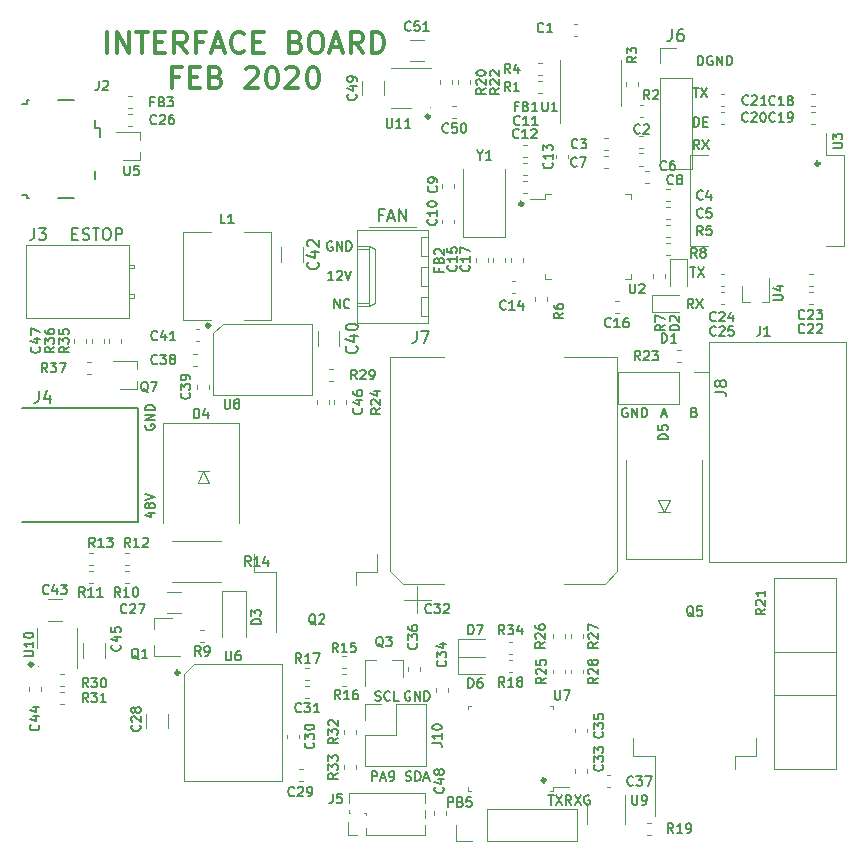
<source format=gbr>
%TF.GenerationSoftware,KiCad,Pcbnew,5.99.0-unknown-6252493~100~ubuntu18.04.1*%
%TF.CreationDate,2020-02-26T18:10:23+08:00*%
%TF.ProjectId,blue_interface_board,626c7565-5f69-46e7-9465-72666163655f,rev?*%
%TF.SameCoordinates,Original*%
%TF.FileFunction,Legend,Top*%
%TF.FilePolarity,Positive*%
%FSLAX46Y46*%
G04 Gerber Fmt 4.6, Leading zero omitted, Abs format (unit mm)*
G04 Created by KiCad (PCBNEW 5.99.0-unknown-6252493~100~ubuntu18.04.1) date 2020-02-26 18:10:23*
%MOMM*%
%LPD*%
G01*
G04 APERTURE LIST*
%ADD10C,0.150000*%
%ADD11C,0.300000*%
%ADD12C,0.120000*%
G04 APERTURE END LIST*
D10*
X145690476Y-80261904D02*
X146147619Y-80261904D01*
X145919047Y-81061904D02*
X145919047Y-80261904D01*
X146338095Y-80261904D02*
X146871428Y-81061904D01*
X146871428Y-80261904D02*
X146338095Y-81061904D01*
X145966666Y-83761904D02*
X145700000Y-83380952D01*
X145509523Y-83761904D02*
X145509523Y-82961904D01*
X145814285Y-82961904D01*
X145890476Y-83000000D01*
X145928571Y-83038095D01*
X145966666Y-83114285D01*
X145966666Y-83228571D01*
X145928571Y-83304761D01*
X145890476Y-83342857D01*
X145814285Y-83380952D01*
X145509523Y-83380952D01*
X146233333Y-82961904D02*
X146766666Y-83761904D01*
X146766666Y-82961904D02*
X146233333Y-83761904D01*
D11*
X156641421Y-71500000D02*
G75*
G03*
X156641421Y-71500000I-141421J0D01*
G01*
X123641421Y-67500000D02*
G75*
G03*
X123641421Y-67500000I-141421J0D01*
G01*
D12*
X105000000Y-98500000D02*
X104500000Y-97500000D01*
X104000000Y-98500000D02*
X105000000Y-98500000D01*
X104500000Y-97500000D02*
X104000000Y-98500000D01*
X104000000Y-97500000D02*
X105000000Y-97500000D01*
X144000000Y-100000000D02*
X143500000Y-101000000D01*
X143000000Y-100000000D02*
X144000000Y-100000000D01*
X143500000Y-101000000D02*
X143000000Y-100000000D01*
X143000000Y-101000000D02*
X144000000Y-101000000D01*
D11*
X105041421Y-85200000D02*
G75*
G03*
X105041421Y-85200000I-141421J0D01*
G01*
X102441421Y-114600000D02*
G75*
G03*
X102441421Y-114600000I-141421J0D01*
G01*
X133441421Y-123700000D02*
G75*
G03*
X133441421Y-123700000I-141421J0D01*
G01*
X131541421Y-74900000D02*
G75*
G03*
X131541421Y-74900000I-141421J0D01*
G01*
X90041421Y-113900000D02*
G75*
G03*
X90041421Y-113900000I-141421J0D01*
G01*
D10*
X133709523Y-124961904D02*
X134166666Y-124961904D01*
X133938095Y-125761904D02*
X133938095Y-124961904D01*
X134357142Y-124961904D02*
X134890476Y-125761904D01*
X134890476Y-124961904D02*
X134357142Y-125761904D01*
X135652380Y-125761904D02*
X135385714Y-125380952D01*
X135195238Y-125761904D02*
X135195238Y-124961904D01*
X135500000Y-124961904D01*
X135576190Y-125000000D01*
X135614285Y-125038095D01*
X135652380Y-125114285D01*
X135652380Y-125228571D01*
X135614285Y-125304761D01*
X135576190Y-125342857D01*
X135500000Y-125380952D01*
X135195238Y-125380952D01*
X135919047Y-124961904D02*
X136452380Y-125761904D01*
X136452380Y-124961904D02*
X135919047Y-125761904D01*
X137176190Y-125000000D02*
X137100000Y-124961904D01*
X136985714Y-124961904D01*
X136871428Y-125000000D01*
X136795238Y-125076190D01*
X136757142Y-125152380D01*
X136719047Y-125304761D01*
X136719047Y-125419047D01*
X136757142Y-125571428D01*
X136795238Y-125647619D01*
X136871428Y-125723809D01*
X136985714Y-125761904D01*
X137061904Y-125761904D01*
X137176190Y-125723809D01*
X137214285Y-125685714D01*
X137214285Y-125419047D01*
X137061904Y-125419047D01*
X125209523Y-125961904D02*
X125209523Y-125161904D01*
X125514285Y-125161904D01*
X125590476Y-125200000D01*
X125628571Y-125238095D01*
X125666666Y-125314285D01*
X125666666Y-125428571D01*
X125628571Y-125504761D01*
X125590476Y-125542857D01*
X125514285Y-125580952D01*
X125209523Y-125580952D01*
X126276190Y-125542857D02*
X126390476Y-125580952D01*
X126428571Y-125619047D01*
X126466666Y-125695238D01*
X126466666Y-125809523D01*
X126428571Y-125885714D01*
X126390476Y-125923809D01*
X126314285Y-125961904D01*
X126009523Y-125961904D01*
X126009523Y-125161904D01*
X126276190Y-125161904D01*
X126352380Y-125200000D01*
X126390476Y-125238095D01*
X126428571Y-125314285D01*
X126428571Y-125390476D01*
X126390476Y-125466666D01*
X126352380Y-125504761D01*
X126276190Y-125542857D01*
X126009523Y-125542857D01*
X127190476Y-125161904D02*
X126809523Y-125161904D01*
X126771428Y-125542857D01*
X126809523Y-125504761D01*
X126885714Y-125466666D01*
X127076190Y-125466666D01*
X127152380Y-125504761D01*
X127190476Y-125542857D01*
X127228571Y-125619047D01*
X127228571Y-125809523D01*
X127190476Y-125885714D01*
X127152380Y-125923809D01*
X127076190Y-125961904D01*
X126885714Y-125961904D01*
X126809523Y-125923809D01*
X126771428Y-125885714D01*
X121990476Y-116200000D02*
X121914285Y-116161904D01*
X121800000Y-116161904D01*
X121685714Y-116200000D01*
X121609523Y-116276190D01*
X121571428Y-116352380D01*
X121533333Y-116504761D01*
X121533333Y-116619047D01*
X121571428Y-116771428D01*
X121609523Y-116847619D01*
X121685714Y-116923809D01*
X121800000Y-116961904D01*
X121876190Y-116961904D01*
X121990476Y-116923809D01*
X122028571Y-116885714D01*
X122028571Y-116619047D01*
X121876190Y-116619047D01*
X122371428Y-116961904D02*
X122371428Y-116161904D01*
X122828571Y-116961904D01*
X122828571Y-116161904D01*
X123209523Y-116961904D02*
X123209523Y-116161904D01*
X123400000Y-116161904D01*
X123514285Y-116200000D01*
X123590476Y-116276190D01*
X123628571Y-116352380D01*
X123666666Y-116504761D01*
X123666666Y-116619047D01*
X123628571Y-116771428D01*
X123590476Y-116847619D01*
X123514285Y-116923809D01*
X123400000Y-116961904D01*
X123209523Y-116961904D01*
X119047619Y-116923809D02*
X119161904Y-116961904D01*
X119352380Y-116961904D01*
X119428571Y-116923809D01*
X119466666Y-116885714D01*
X119504761Y-116809523D01*
X119504761Y-116733333D01*
X119466666Y-116657142D01*
X119428571Y-116619047D01*
X119352380Y-116580952D01*
X119200000Y-116542857D01*
X119123809Y-116504761D01*
X119085714Y-116466666D01*
X119047619Y-116390476D01*
X119047619Y-116314285D01*
X119085714Y-116238095D01*
X119123809Y-116200000D01*
X119200000Y-116161904D01*
X119390476Y-116161904D01*
X119504761Y-116200000D01*
X120304761Y-116885714D02*
X120266666Y-116923809D01*
X120152380Y-116961904D01*
X120076190Y-116961904D01*
X119961904Y-116923809D01*
X119885714Y-116847619D01*
X119847619Y-116771428D01*
X119809523Y-116619047D01*
X119809523Y-116504761D01*
X119847619Y-116352380D01*
X119885714Y-116276190D01*
X119961904Y-116200000D01*
X120076190Y-116161904D01*
X120152380Y-116161904D01*
X120266666Y-116200000D01*
X120304761Y-116238095D01*
X121028571Y-116961904D02*
X120647619Y-116961904D01*
X120647619Y-116161904D01*
X121628571Y-123723809D02*
X121742857Y-123761904D01*
X121933333Y-123761904D01*
X122009523Y-123723809D01*
X122047619Y-123685714D01*
X122085714Y-123609523D01*
X122085714Y-123533333D01*
X122047619Y-123457142D01*
X122009523Y-123419047D01*
X121933333Y-123380952D01*
X121780952Y-123342857D01*
X121704761Y-123304761D01*
X121666666Y-123266666D01*
X121628571Y-123190476D01*
X121628571Y-123114285D01*
X121666666Y-123038095D01*
X121704761Y-123000000D01*
X121780952Y-122961904D01*
X121971428Y-122961904D01*
X122085714Y-123000000D01*
X122428571Y-123761904D02*
X122428571Y-122961904D01*
X122619047Y-122961904D01*
X122733333Y-123000000D01*
X122809523Y-123076190D01*
X122847619Y-123152380D01*
X122885714Y-123304761D01*
X122885714Y-123419047D01*
X122847619Y-123571428D01*
X122809523Y-123647619D01*
X122733333Y-123723809D01*
X122619047Y-123761904D01*
X122428571Y-123761904D01*
X123190476Y-123533333D02*
X123571428Y-123533333D01*
X123114285Y-123761904D02*
X123380952Y-122961904D01*
X123647619Y-123761904D01*
X118766666Y-123761904D02*
X118766666Y-122961904D01*
X119071428Y-122961904D01*
X119147619Y-123000000D01*
X119185714Y-123038095D01*
X119223809Y-123114285D01*
X119223809Y-123228571D01*
X119185714Y-123304761D01*
X119147619Y-123342857D01*
X119071428Y-123380952D01*
X118766666Y-123380952D01*
X119528571Y-123533333D02*
X119909523Y-123533333D01*
X119452380Y-123761904D02*
X119719047Y-122961904D01*
X119985714Y-123761904D01*
X120290476Y-123761904D02*
X120442857Y-123761904D01*
X120519047Y-123723809D01*
X120557142Y-123685714D01*
X120633333Y-123571428D01*
X120671428Y-123419047D01*
X120671428Y-123114285D01*
X120633333Y-123038095D01*
X120595238Y-123000000D01*
X120519047Y-122961904D01*
X120366666Y-122961904D01*
X120290476Y-123000000D01*
X120252380Y-123038095D01*
X120214285Y-123114285D01*
X120214285Y-123304761D01*
X120252380Y-123380952D01*
X120290476Y-123419047D01*
X120366666Y-123457142D01*
X120519047Y-123457142D01*
X120595238Y-123419047D01*
X120633333Y-123380952D01*
X120671428Y-123304761D01*
D11*
X102428571Y-64171428D02*
X101828571Y-64171428D01*
X101828571Y-65114285D02*
X101828571Y-63314285D01*
X102685714Y-63314285D01*
X103371428Y-64171428D02*
X103971428Y-64171428D01*
X104228571Y-65114285D02*
X103371428Y-65114285D01*
X103371428Y-63314285D01*
X104228571Y-63314285D01*
X105600000Y-64171428D02*
X105857142Y-64257142D01*
X105942857Y-64342857D01*
X106028571Y-64514285D01*
X106028571Y-64771428D01*
X105942857Y-64942857D01*
X105857142Y-65028571D01*
X105685714Y-65114285D01*
X105000000Y-65114285D01*
X105000000Y-63314285D01*
X105600000Y-63314285D01*
X105771428Y-63400000D01*
X105857142Y-63485714D01*
X105942857Y-63657142D01*
X105942857Y-63828571D01*
X105857142Y-64000000D01*
X105771428Y-64085714D01*
X105600000Y-64171428D01*
X105000000Y-64171428D01*
X108085714Y-63485714D02*
X108171428Y-63400000D01*
X108342857Y-63314285D01*
X108771428Y-63314285D01*
X108942857Y-63400000D01*
X109028571Y-63485714D01*
X109114285Y-63657142D01*
X109114285Y-63828571D01*
X109028571Y-64085714D01*
X108000000Y-65114285D01*
X109114285Y-65114285D01*
X110228571Y-63314285D02*
X110400000Y-63314285D01*
X110571428Y-63400000D01*
X110657142Y-63485714D01*
X110742857Y-63657142D01*
X110828571Y-64000000D01*
X110828571Y-64428571D01*
X110742857Y-64771428D01*
X110657142Y-64942857D01*
X110571428Y-65028571D01*
X110400000Y-65114285D01*
X110228571Y-65114285D01*
X110057142Y-65028571D01*
X109971428Y-64942857D01*
X109885714Y-64771428D01*
X109800000Y-64428571D01*
X109800000Y-64000000D01*
X109885714Y-63657142D01*
X109971428Y-63485714D01*
X110057142Y-63400000D01*
X110228571Y-63314285D01*
X111514285Y-63485714D02*
X111600000Y-63400000D01*
X111771428Y-63314285D01*
X112200000Y-63314285D01*
X112371428Y-63400000D01*
X112457142Y-63485714D01*
X112542857Y-63657142D01*
X112542857Y-63828571D01*
X112457142Y-64085714D01*
X111428571Y-65114285D01*
X112542857Y-65114285D01*
X113657142Y-63314285D02*
X113828571Y-63314285D01*
X114000000Y-63400000D01*
X114085714Y-63485714D01*
X114171428Y-63657142D01*
X114257142Y-64000000D01*
X114257142Y-64428571D01*
X114171428Y-64771428D01*
X114085714Y-64942857D01*
X114000000Y-65028571D01*
X113828571Y-65114285D01*
X113657142Y-65114285D01*
X113485714Y-65028571D01*
X113400000Y-64942857D01*
X113314285Y-64771428D01*
X113228571Y-64428571D01*
X113228571Y-64000000D01*
X113314285Y-63657142D01*
X113400000Y-63485714D01*
X113485714Y-63400000D01*
X113657142Y-63314285D01*
X96300000Y-62114285D02*
X96300000Y-60314285D01*
X97157142Y-62114285D02*
X97157142Y-60314285D01*
X98185714Y-62114285D01*
X98185714Y-60314285D01*
X98785714Y-60314285D02*
X99814285Y-60314285D01*
X99300000Y-62114285D02*
X99300000Y-60314285D01*
X100414285Y-61171428D02*
X101014285Y-61171428D01*
X101271428Y-62114285D02*
X100414285Y-62114285D01*
X100414285Y-60314285D01*
X101271428Y-60314285D01*
X103071428Y-62114285D02*
X102471428Y-61257142D01*
X102042857Y-62114285D02*
X102042857Y-60314285D01*
X102728571Y-60314285D01*
X102900000Y-60400000D01*
X102985714Y-60485714D01*
X103071428Y-60657142D01*
X103071428Y-60914285D01*
X102985714Y-61085714D01*
X102900000Y-61171428D01*
X102728571Y-61257142D01*
X102042857Y-61257142D01*
X104442857Y-61171428D02*
X103842857Y-61171428D01*
X103842857Y-62114285D02*
X103842857Y-60314285D01*
X104700000Y-60314285D01*
X105300000Y-61600000D02*
X106157142Y-61600000D01*
X105128571Y-62114285D02*
X105728571Y-60314285D01*
X106328571Y-62114285D01*
X107957142Y-61942857D02*
X107871428Y-62028571D01*
X107614285Y-62114285D01*
X107442857Y-62114285D01*
X107185714Y-62028571D01*
X107014285Y-61857142D01*
X106928571Y-61685714D01*
X106842857Y-61342857D01*
X106842857Y-61085714D01*
X106928571Y-60742857D01*
X107014285Y-60571428D01*
X107185714Y-60400000D01*
X107442857Y-60314285D01*
X107614285Y-60314285D01*
X107871428Y-60400000D01*
X107957142Y-60485714D01*
X108728571Y-61171428D02*
X109328571Y-61171428D01*
X109585714Y-62114285D02*
X108728571Y-62114285D01*
X108728571Y-60314285D01*
X109585714Y-60314285D01*
X112328571Y-61171428D02*
X112585714Y-61257142D01*
X112671428Y-61342857D01*
X112757142Y-61514285D01*
X112757142Y-61771428D01*
X112671428Y-61942857D01*
X112585714Y-62028571D01*
X112414285Y-62114285D01*
X111728571Y-62114285D01*
X111728571Y-60314285D01*
X112328571Y-60314285D01*
X112500000Y-60400000D01*
X112585714Y-60485714D01*
X112671428Y-60657142D01*
X112671428Y-60828571D01*
X112585714Y-61000000D01*
X112500000Y-61085714D01*
X112328571Y-61171428D01*
X111728571Y-61171428D01*
X113871428Y-60314285D02*
X114214285Y-60314285D01*
X114385714Y-60400000D01*
X114557142Y-60571428D01*
X114642857Y-60914285D01*
X114642857Y-61514285D01*
X114557142Y-61857142D01*
X114385714Y-62028571D01*
X114214285Y-62114285D01*
X113871428Y-62114285D01*
X113700000Y-62028571D01*
X113528571Y-61857142D01*
X113442857Y-61514285D01*
X113442857Y-60914285D01*
X113528571Y-60571428D01*
X113700000Y-60400000D01*
X113871428Y-60314285D01*
X115328571Y-61600000D02*
X116185714Y-61600000D01*
X115157142Y-62114285D02*
X115757142Y-60314285D01*
X116357142Y-62114285D01*
X117985714Y-62114285D02*
X117385714Y-61257142D01*
X116957142Y-62114285D02*
X116957142Y-60314285D01*
X117642857Y-60314285D01*
X117814285Y-60400000D01*
X117900000Y-60485714D01*
X117985714Y-60657142D01*
X117985714Y-60914285D01*
X117900000Y-61085714D01*
X117814285Y-61171428D01*
X117642857Y-61257142D01*
X116957142Y-61257142D01*
X118757142Y-62114285D02*
X118757142Y-60314285D01*
X119185714Y-60314285D01*
X119442857Y-60400000D01*
X119614285Y-60571428D01*
X119700000Y-60742857D01*
X119785714Y-61085714D01*
X119785714Y-61342857D01*
X119700000Y-61685714D01*
X119614285Y-61857142D01*
X119442857Y-62028571D01*
X119185714Y-62114285D01*
X118757142Y-62114285D01*
D10*
X140390476Y-92200000D02*
X140314285Y-92161904D01*
X140200000Y-92161904D01*
X140085714Y-92200000D01*
X140009523Y-92276190D01*
X139971428Y-92352380D01*
X139933333Y-92504761D01*
X139933333Y-92619047D01*
X139971428Y-92771428D01*
X140009523Y-92847619D01*
X140085714Y-92923809D01*
X140200000Y-92961904D01*
X140276190Y-92961904D01*
X140390476Y-92923809D01*
X140428571Y-92885714D01*
X140428571Y-92619047D01*
X140276190Y-92619047D01*
X140771428Y-92961904D02*
X140771428Y-92161904D01*
X141228571Y-92961904D01*
X141228571Y-92161904D01*
X141609523Y-92961904D02*
X141609523Y-92161904D01*
X141800000Y-92161904D01*
X141914285Y-92200000D01*
X141990476Y-92276190D01*
X142028571Y-92352380D01*
X142066666Y-92504761D01*
X142066666Y-92619047D01*
X142028571Y-92771428D01*
X141990476Y-92847619D01*
X141914285Y-92923809D01*
X141800000Y-92961904D01*
X141609523Y-92961904D01*
X146057142Y-92542857D02*
X146171428Y-92580952D01*
X146209523Y-92619047D01*
X146247619Y-92695238D01*
X146247619Y-92809523D01*
X146209523Y-92885714D01*
X146171428Y-92923809D01*
X146095238Y-92961904D01*
X145790476Y-92961904D01*
X145790476Y-92161904D01*
X146057142Y-92161904D01*
X146133333Y-92200000D01*
X146171428Y-92238095D01*
X146209523Y-92314285D01*
X146209523Y-92390476D01*
X146171428Y-92466666D01*
X146133333Y-92504761D01*
X146057142Y-92542857D01*
X145790476Y-92542857D01*
X143309523Y-92733333D02*
X143690476Y-92733333D01*
X143233333Y-92961904D02*
X143500000Y-92161904D01*
X143766666Y-92961904D01*
X146028571Y-68361904D02*
X146028571Y-67561904D01*
X146219047Y-67561904D01*
X146333333Y-67600000D01*
X146409523Y-67676190D01*
X146447619Y-67752380D01*
X146485714Y-67904761D01*
X146485714Y-68019047D01*
X146447619Y-68171428D01*
X146409523Y-68247619D01*
X146333333Y-68323809D01*
X146219047Y-68361904D01*
X146028571Y-68361904D01*
X146828571Y-67942857D02*
X147095238Y-67942857D01*
X147209523Y-68361904D02*
X146828571Y-68361904D01*
X146828571Y-67561904D01*
X147209523Y-67561904D01*
X115571428Y-83761904D02*
X115571428Y-82961904D01*
X116028571Y-83761904D01*
X116028571Y-82961904D01*
X116866666Y-83685714D02*
X116828571Y-83723809D01*
X116714285Y-83761904D01*
X116638095Y-83761904D01*
X116523809Y-83723809D01*
X116447619Y-83647619D01*
X116409523Y-83571428D01*
X116371428Y-83419047D01*
X116371428Y-83304761D01*
X116409523Y-83152380D01*
X116447619Y-83076190D01*
X116523809Y-83000000D01*
X116638095Y-82961904D01*
X116714285Y-82961904D01*
X116828571Y-83000000D01*
X116866666Y-83038095D01*
X115504761Y-81361904D02*
X115047619Y-81361904D01*
X115276190Y-81361904D02*
X115276190Y-80561904D01*
X115200000Y-80676190D01*
X115123809Y-80752380D01*
X115047619Y-80790476D01*
X115809523Y-80638095D02*
X115847619Y-80600000D01*
X115923809Y-80561904D01*
X116114285Y-80561904D01*
X116190476Y-80600000D01*
X116228571Y-80638095D01*
X116266666Y-80714285D01*
X116266666Y-80790476D01*
X116228571Y-80904761D01*
X115771428Y-81361904D01*
X116266666Y-81361904D01*
X116495238Y-80561904D02*
X116761904Y-81361904D01*
X117028571Y-80561904D01*
X115390476Y-78100000D02*
X115314285Y-78061904D01*
X115200000Y-78061904D01*
X115085714Y-78100000D01*
X115009523Y-78176190D01*
X114971428Y-78252380D01*
X114933333Y-78404761D01*
X114933333Y-78519047D01*
X114971428Y-78671428D01*
X115009523Y-78747619D01*
X115085714Y-78823809D01*
X115200000Y-78861904D01*
X115276190Y-78861904D01*
X115390476Y-78823809D01*
X115428571Y-78785714D01*
X115428571Y-78519047D01*
X115276190Y-78519047D01*
X115771428Y-78861904D02*
X115771428Y-78061904D01*
X116228571Y-78861904D01*
X116228571Y-78061904D01*
X116609523Y-78861904D02*
X116609523Y-78061904D01*
X116800000Y-78061904D01*
X116914285Y-78100000D01*
X116990476Y-78176190D01*
X117028571Y-78252380D01*
X117066666Y-78404761D01*
X117066666Y-78519047D01*
X117028571Y-78671428D01*
X116990476Y-78747619D01*
X116914285Y-78823809D01*
X116800000Y-78861904D01*
X116609523Y-78861904D01*
X99828571Y-101071428D02*
X100361904Y-101071428D01*
X99523809Y-101261904D02*
X100095238Y-101452380D01*
X100095238Y-100957142D01*
X99904761Y-100538095D02*
X99866666Y-100614285D01*
X99828571Y-100652380D01*
X99752380Y-100690476D01*
X99714285Y-100690476D01*
X99638095Y-100652380D01*
X99600000Y-100614285D01*
X99561904Y-100538095D01*
X99561904Y-100385714D01*
X99600000Y-100309523D01*
X99638095Y-100271428D01*
X99714285Y-100233333D01*
X99752380Y-100233333D01*
X99828571Y-100271428D01*
X99866666Y-100309523D01*
X99904761Y-100385714D01*
X99904761Y-100538095D01*
X99942857Y-100614285D01*
X99980952Y-100652380D01*
X100057142Y-100690476D01*
X100209523Y-100690476D01*
X100285714Y-100652380D01*
X100323809Y-100614285D01*
X100361904Y-100538095D01*
X100361904Y-100385714D01*
X100323809Y-100309523D01*
X100285714Y-100271428D01*
X100209523Y-100233333D01*
X100057142Y-100233333D01*
X99980952Y-100271428D01*
X99942857Y-100309523D01*
X99904761Y-100385714D01*
X99561904Y-100004761D02*
X100361904Y-99738095D01*
X99561904Y-99471428D01*
X99600000Y-93609523D02*
X99561904Y-93685714D01*
X99561904Y-93800000D01*
X99600000Y-93914285D01*
X99676190Y-93990476D01*
X99752380Y-94028571D01*
X99904761Y-94066666D01*
X100019047Y-94066666D01*
X100171428Y-94028571D01*
X100247619Y-93990476D01*
X100323809Y-93914285D01*
X100361904Y-93800000D01*
X100361904Y-93723809D01*
X100323809Y-93609523D01*
X100285714Y-93571428D01*
X100019047Y-93571428D01*
X100019047Y-93723809D01*
X100361904Y-93228571D02*
X99561904Y-93228571D01*
X100361904Y-92771428D01*
X99561904Y-92771428D01*
X100361904Y-92390476D02*
X99561904Y-92390476D01*
X99561904Y-92200000D01*
X99600000Y-92085714D01*
X99676190Y-92009523D01*
X99752380Y-91971428D01*
X99904761Y-91933333D01*
X100019047Y-91933333D01*
X100171428Y-91971428D01*
X100247619Y-92009523D01*
X100323809Y-92085714D01*
X100361904Y-92200000D01*
X100361904Y-92390476D01*
X146371428Y-63161904D02*
X146371428Y-62361904D01*
X146561904Y-62361904D01*
X146676190Y-62400000D01*
X146752380Y-62476190D01*
X146790476Y-62552380D01*
X146828571Y-62704761D01*
X146828571Y-62819047D01*
X146790476Y-62971428D01*
X146752380Y-63047619D01*
X146676190Y-63123809D01*
X146561904Y-63161904D01*
X146371428Y-63161904D01*
X147590476Y-62400000D02*
X147514285Y-62361904D01*
X147400000Y-62361904D01*
X147285714Y-62400000D01*
X147209523Y-62476190D01*
X147171428Y-62552380D01*
X147133333Y-62704761D01*
X147133333Y-62819047D01*
X147171428Y-62971428D01*
X147209523Y-63047619D01*
X147285714Y-63123809D01*
X147400000Y-63161904D01*
X147476190Y-63161904D01*
X147590476Y-63123809D01*
X147628571Y-63085714D01*
X147628571Y-62819047D01*
X147476190Y-62819047D01*
X147971428Y-63161904D02*
X147971428Y-62361904D01*
X148428571Y-63161904D01*
X148428571Y-62361904D01*
X148809523Y-63161904D02*
X148809523Y-62361904D01*
X149000000Y-62361904D01*
X149114285Y-62400000D01*
X149190476Y-62476190D01*
X149228571Y-62552380D01*
X149266666Y-62704761D01*
X149266666Y-62819047D01*
X149228571Y-62971428D01*
X149190476Y-63047619D01*
X149114285Y-63123809D01*
X149000000Y-63161904D01*
X148809523Y-63161904D01*
X146466666Y-70261904D02*
X146200000Y-69880952D01*
X146009523Y-70261904D02*
X146009523Y-69461904D01*
X146314285Y-69461904D01*
X146390476Y-69500000D01*
X146428571Y-69538095D01*
X146466666Y-69614285D01*
X146466666Y-69728571D01*
X146428571Y-69804761D01*
X146390476Y-69842857D01*
X146314285Y-69880952D01*
X146009523Y-69880952D01*
X146733333Y-69461904D02*
X147266666Y-70261904D01*
X147266666Y-69461904D02*
X146733333Y-70261904D01*
X145990476Y-65061904D02*
X146447619Y-65061904D01*
X146219047Y-65861904D02*
X146219047Y-65061904D01*
X146638095Y-65061904D02*
X147171428Y-65861904D01*
X147171428Y-65061904D02*
X146638095Y-65861904D01*
D12*
X102880000Y-114685000D02*
X103680000Y-113885000D01*
X103680000Y-113885000D02*
X111180000Y-113885000D01*
X111180000Y-113885000D02*
X111180000Y-123785000D01*
X111180000Y-123785000D02*
X102880000Y-123785000D01*
X102880000Y-123785000D02*
X102880000Y-114685000D01*
X120350000Y-66800000D02*
X122050000Y-66800000D01*
X120350000Y-63400000D02*
X123750000Y-63400000D01*
X123700000Y-66750000D02*
G75*
G03*
X123700000Y-66750000I-50000J0D01*
G01*
X126040000Y-64762779D02*
X126040000Y-64437221D01*
X127060000Y-64762779D02*
X127060000Y-64437221D01*
X125560000Y-64437221D02*
X125560000Y-64762779D01*
X124540000Y-64437221D02*
X124540000Y-64762779D01*
X123152064Y-62810000D02*
X121947936Y-62810000D01*
X123152064Y-60990000D02*
X121947936Y-60990000D01*
X125912779Y-67610000D02*
X125587221Y-67610000D01*
X125912779Y-66590000D02*
X125587221Y-66590000D01*
X119760000Y-64497936D02*
X119760000Y-65702064D01*
X117940000Y-64497936D02*
X117940000Y-65702064D01*
X112910000Y-78597936D02*
X112910000Y-79802064D01*
X111090000Y-78597936D02*
X111090000Y-79802064D01*
X114190000Y-86902064D02*
X114190000Y-85697936D01*
X116010000Y-86902064D02*
X116010000Y-85697936D01*
X92337221Y-117239999D02*
X92662779Y-117239999D01*
X92337221Y-116219999D02*
X92662779Y-116219999D01*
X92662779Y-114719999D02*
X92337221Y-114719999D01*
X92662779Y-115739999D02*
X92337221Y-115739999D01*
X90760000Y-116142778D02*
X90760000Y-115817220D01*
X89740000Y-116142778D02*
X89740000Y-115817220D01*
X92532064Y-108389999D02*
X91327936Y-108389999D01*
X92532064Y-110209999D02*
X91327936Y-110209999D01*
X96160000Y-113332063D02*
X96160000Y-112127935D01*
X94340000Y-113332063D02*
X94340000Y-112127935D01*
X90500000Y-114079999D02*
G75*
G03*
X90500000Y-114079999I-50000J0D01*
G01*
X93800000Y-110779999D02*
X93800000Y-114179999D01*
X90400000Y-110779999D02*
X90400000Y-112479999D01*
X118170000Y-117270000D02*
X119500000Y-117270000D01*
X118170000Y-118600000D02*
X118170000Y-117270000D01*
X120770000Y-117270000D02*
X123370000Y-117270000D01*
X120770000Y-119870000D02*
X120770000Y-117270000D01*
X118170000Y-119870000D02*
X120770000Y-119870000D01*
X123370000Y-117270000D02*
X123370000Y-122470000D01*
X118170000Y-119870000D02*
X118170000Y-122470000D01*
X118170000Y-122470000D02*
X123370000Y-122470000D01*
X125870000Y-128830000D02*
X125870000Y-127500000D01*
X127200000Y-128830000D02*
X125870000Y-128830000D01*
X128470000Y-128830000D02*
X128470000Y-126170000D01*
X128470000Y-126170000D02*
X136150000Y-126170000D01*
X128470000Y-128830000D02*
X136150000Y-128830000D01*
X136150000Y-128830000D02*
X136150000Y-126170000D01*
X130662779Y-113490000D02*
X130337221Y-113490000D01*
X130662779Y-114510000D02*
X130337221Y-114510000D01*
X126015000Y-114735000D02*
X128300000Y-114735000D01*
X126015000Y-113265000D02*
X126015000Y-114735000D01*
X128300000Y-113265000D02*
X126015000Y-113265000D01*
X140210000Y-127400000D02*
X140210000Y-124950000D01*
X136990000Y-125600000D02*
X136990000Y-127400000D01*
X142037221Y-128310000D02*
X142362779Y-128310000D01*
X142037221Y-127290000D02*
X142362779Y-127290000D01*
X125010000Y-126337221D02*
X125010000Y-126662779D01*
X123990000Y-126337221D02*
X123990000Y-126662779D01*
X95006529Y-88290000D02*
X94680971Y-88290000D01*
X95006529Y-89310000D02*
X94680971Y-89310000D01*
X95033750Y-86337221D02*
X95033750Y-86662779D01*
X96053750Y-86337221D02*
X96053750Y-86662779D01*
X97553750Y-86662779D02*
X97553750Y-86337221D01*
X96533750Y-86662779D02*
X96533750Y-86337221D01*
X97463750Y-90560000D02*
X98873750Y-90560000D01*
X98873750Y-88240000D02*
X96843750Y-88240000D01*
X98873750Y-88240000D02*
X98873750Y-88900000D01*
X98873750Y-89900000D02*
X98873750Y-90560000D01*
X93533750Y-86337221D02*
X93533750Y-86662779D01*
X94553750Y-86337221D02*
X94553750Y-86662779D01*
X98190000Y-84530000D02*
X98190000Y-78370000D01*
X98190000Y-78370000D02*
X89510000Y-78370000D01*
X89510000Y-78370000D02*
X89510000Y-84530000D01*
X89510000Y-84530000D02*
X98190000Y-84530000D01*
X98190000Y-82550000D02*
X98190000Y-82850000D01*
X98190000Y-82850000D02*
X98640000Y-82850000D01*
X98640000Y-82850000D02*
X98640000Y-82550000D01*
X98640000Y-82550000D02*
X98190000Y-82550000D01*
X98190000Y-80050000D02*
X98190000Y-80350000D01*
X98190000Y-80350000D02*
X98640000Y-80350000D01*
X98640000Y-80350000D02*
X98640000Y-80050000D01*
X98640000Y-80050000D02*
X98190000Y-80050000D01*
D10*
X89100000Y-101825000D02*
X99000000Y-101825000D01*
X99000000Y-101825000D02*
X99000000Y-92175000D01*
X99000000Y-92175000D02*
X89100000Y-92175000D01*
D12*
X147330000Y-89170000D02*
X147330000Y-90500000D01*
X146000000Y-89170000D02*
X147330000Y-89170000D01*
X144730000Y-89170000D02*
X144730000Y-91830000D01*
X144730000Y-91830000D02*
X139590000Y-91830000D01*
X144730000Y-89170000D02*
X139590000Y-89170000D01*
X139590000Y-89170000D02*
X139590000Y-91830000D01*
X143170000Y-61670000D02*
X144500000Y-61670000D01*
X143170000Y-63000000D02*
X143170000Y-61670000D01*
X143170000Y-64270000D02*
X145830000Y-64270000D01*
X145830000Y-64270000D02*
X145830000Y-71950000D01*
X143170000Y-64270000D02*
X143170000Y-71950000D01*
X143170000Y-71950000D02*
X145830000Y-71950000D01*
X150750000Y-83230000D02*
X150090000Y-83230000D01*
X152410000Y-83230000D02*
X151750000Y-83230000D01*
X152410000Y-83230000D02*
X152410000Y-81200000D01*
X150090000Y-81820000D02*
X150090000Y-83230000D01*
X144637221Y-88260000D02*
X144962779Y-88260000D01*
X144637221Y-87240000D02*
X144962779Y-87240000D01*
X97720000Y-71160000D02*
X99130000Y-71160000D01*
X99130000Y-68840000D02*
X97100000Y-68840000D01*
X99130000Y-68840000D02*
X99130000Y-69500000D01*
X99130000Y-70500000D02*
X99130000Y-71160000D01*
X122930000Y-84380000D02*
X123530000Y-84380000D01*
X122930000Y-82780000D02*
X122930000Y-84380000D01*
X123530000Y-82780000D02*
X122930000Y-82780000D01*
X122930000Y-81840000D02*
X123530000Y-81840000D01*
X122930000Y-80240000D02*
X122930000Y-81840000D01*
X123530000Y-80240000D02*
X122930000Y-80240000D01*
X122930000Y-79300000D02*
X123530000Y-79300000D01*
X122930000Y-77700000D02*
X122930000Y-79300000D01*
X123530000Y-77700000D02*
X122930000Y-77700000D01*
X117510000Y-83330000D02*
X118510000Y-83330000D01*
X117510000Y-78750000D02*
X118510000Y-78750000D01*
X119040000Y-83330000D02*
X118510000Y-83580000D01*
X119040000Y-78750000D02*
X119040000Y-83330000D01*
X118510000Y-78500000D02*
X119040000Y-78750000D01*
X118510000Y-83580000D02*
X117510000Y-83580000D01*
X118510000Y-78500000D02*
X118510000Y-83580000D01*
X117510000Y-78500000D02*
X118510000Y-78500000D01*
X122500000Y-76830000D02*
X118500000Y-76830000D01*
X123530000Y-84960000D02*
X123530000Y-77120000D01*
X117510000Y-84960000D02*
X123530000Y-84960000D01*
X117510000Y-77120000D02*
X117510000Y-84960000D01*
X123530000Y-77120000D02*
X117510000Y-77120000D01*
X105350000Y-91075000D02*
X105350000Y-85875000D01*
X113650000Y-91075000D02*
X105350000Y-91075000D01*
X113650000Y-85075000D02*
X113650000Y-91075000D01*
X106150000Y-85075000D02*
X113650000Y-85075000D01*
X105350000Y-85875000D02*
X106150000Y-85075000D01*
X114090000Y-91862779D02*
X114090000Y-91537221D01*
X115110000Y-91862779D02*
X115110000Y-91537221D01*
X105010000Y-90237221D02*
X105010000Y-90562779D01*
X103990000Y-90237221D02*
X103990000Y-90562779D01*
X103962779Y-88610000D02*
X103637221Y-88610000D01*
X103962779Y-87590000D02*
X103637221Y-87590000D01*
X130662779Y-113010000D02*
X130337221Y-113010000D01*
X130662779Y-111990000D02*
X130337221Y-111990000D01*
X128300000Y-111765000D02*
X126015000Y-111765000D01*
X126015000Y-111765000D02*
X126015000Y-113235000D01*
X126015000Y-113235000D02*
X128300000Y-113235000D01*
X116390000Y-122762779D02*
X116390000Y-122437221D01*
X117410000Y-122762779D02*
X117410000Y-122437221D01*
X117410000Y-119437221D02*
X117410000Y-119762779D01*
X116390000Y-119437221D02*
X116390000Y-119762779D01*
X135110000Y-111337221D02*
X135110000Y-111662779D01*
X134090000Y-111337221D02*
X134090000Y-111662779D01*
X135110000Y-114337221D02*
X135110000Y-114662779D01*
X134090000Y-114337221D02*
X134090000Y-114662779D01*
X127190000Y-117390000D02*
X126890000Y-117390000D01*
X126890000Y-117390000D02*
X126890000Y-117690000D01*
X133810000Y-117390000D02*
X134110000Y-117390000D01*
X134110000Y-117390000D02*
X134110000Y-117690000D01*
X127190000Y-124610000D02*
X126890000Y-124610000D01*
X126890000Y-124610000D02*
X126890000Y-124310000D01*
X133810000Y-124610000D02*
X134110000Y-124610000D01*
X134110000Y-124610000D02*
X134110000Y-124310000D01*
X134110000Y-124310000D02*
X135425000Y-124310000D01*
X103837221Y-86510000D02*
X104162779Y-86510000D01*
X103837221Y-85490000D02*
X104162779Y-85490000D01*
X138962779Y-123290000D02*
X138637221Y-123290000D01*
X138962779Y-124310000D02*
X138637221Y-124310000D01*
X136610000Y-114337221D02*
X136610000Y-114662779D01*
X135590000Y-114337221D02*
X135590000Y-114662779D01*
X136610000Y-111337221D02*
X136610000Y-111662779D01*
X135590000Y-111337221D02*
X135590000Y-111662779D01*
X95162779Y-104490000D02*
X94837221Y-104490000D01*
X95162779Y-105510000D02*
X94837221Y-105510000D01*
X98162779Y-105510000D02*
X97837221Y-105510000D01*
X98162779Y-104490000D02*
X97837221Y-104490000D01*
X95162779Y-105990000D02*
X94837221Y-105990000D01*
X95162779Y-107010000D02*
X94837221Y-107010000D01*
X98162779Y-105990000D02*
X97837221Y-105990000D01*
X98162779Y-107010000D02*
X97837221Y-107010000D01*
X147290000Y-86580000D02*
X158910000Y-86580000D01*
X147290000Y-105220000D02*
X158910000Y-105220000D01*
X147290000Y-105220000D02*
X147290000Y-86580000D01*
X158910000Y-105220000D02*
X158910000Y-86580000D01*
X115462779Y-88890000D02*
X115137221Y-88890000D01*
X115462779Y-89910000D02*
X115137221Y-89910000D01*
X116610000Y-91862779D02*
X116610000Y-91537221D01*
X115590000Y-91862779D02*
X115590000Y-91537221D01*
X102800000Y-77300000D02*
X105100000Y-77300000D01*
X102800000Y-84700000D02*
X102800000Y-77300000D01*
X105100000Y-84700000D02*
X102800000Y-84700000D01*
X110200000Y-84700000D02*
X107900000Y-84700000D01*
X110200000Y-77300000D02*
X110200000Y-84700000D01*
X107900000Y-77300000D02*
X110200000Y-77300000D01*
X133440000Y-74490000D02*
X132150000Y-74490000D01*
X133440000Y-74040000D02*
X133440000Y-74490000D01*
X133890000Y-74040000D02*
X133440000Y-74040000D01*
X140660000Y-74040000D02*
X140660000Y-74490000D01*
X140210000Y-74040000D02*
X140660000Y-74040000D01*
X133440000Y-81260000D02*
X133440000Y-80810000D01*
X133890000Y-81260000D02*
X133440000Y-81260000D01*
X140660000Y-81260000D02*
X140660000Y-80810000D01*
X140210000Y-81260000D02*
X140660000Y-81260000D01*
X121840000Y-114137221D02*
X121840000Y-114462779D01*
X122860000Y-114137221D02*
X122860000Y-114462779D01*
X121380000Y-113540000D02*
X121380000Y-115000000D01*
X118220000Y-113540000D02*
X118220000Y-115700000D01*
X118220000Y-113540000D02*
X119150000Y-113540000D01*
X121380000Y-113540000D02*
X120450000Y-113540000D01*
X116740000Y-128330000D02*
X116740000Y-127200000D01*
X117500000Y-128330000D02*
X116740000Y-128330000D01*
X116805000Y-125622470D02*
X116805000Y-124800000D01*
X116805000Y-126440000D02*
X116805000Y-126237530D01*
X116936529Y-126440000D02*
X116805000Y-126440000D01*
X118206529Y-126440000D02*
X118063471Y-126440000D01*
X118260000Y-126636529D02*
X118260000Y-126493471D01*
X118260000Y-128330000D02*
X118260000Y-127763471D01*
X116805000Y-124800000D02*
X123275000Y-124800000D01*
X118260000Y-128330000D02*
X123275000Y-128330000D01*
X123275000Y-126892470D02*
X123275000Y-126237530D01*
X123275000Y-125622470D02*
X123275000Y-124800000D01*
X123275000Y-128330000D02*
X123275000Y-127507530D01*
X137010000Y-119662779D02*
X137010000Y-119337221D01*
X135990000Y-119662779D02*
X135990000Y-119337221D01*
X125210000Y-116262779D02*
X125210000Y-115937221D01*
X124190000Y-116262779D02*
X124190000Y-115937221D01*
X137010000Y-123062779D02*
X137010000Y-122737221D01*
X135990000Y-123062779D02*
X135990000Y-122737221D01*
X130050000Y-77700000D02*
X130050000Y-71950000D01*
X126450000Y-77700000D02*
X130050000Y-77700000D01*
X126450000Y-71950000D02*
X126450000Y-77700000D01*
X157205000Y-70740000D02*
X157205000Y-68925000D01*
X158710000Y-70740000D02*
X157205000Y-70740000D01*
X158710000Y-74600000D02*
X158710000Y-70740000D01*
X158710000Y-78460000D02*
X157205000Y-78460000D01*
X158710000Y-74600000D02*
X158710000Y-78460000D01*
X145690000Y-70740000D02*
X147195000Y-70740000D01*
X145690000Y-74600000D02*
X145690000Y-70740000D01*
X145690000Y-78460000D02*
X147195000Y-78460000D01*
X145690000Y-74600000D02*
X145690000Y-78460000D01*
X134725000Y-64650000D02*
X134725000Y-68100000D01*
X134725000Y-64650000D02*
X134725000Y-62700000D01*
X139845000Y-64650000D02*
X139845000Y-66600000D01*
X139845000Y-64650000D02*
X139845000Y-62700000D01*
X158051000Y-106580000D02*
X158051000Y-122720000D01*
X152780000Y-106580000D02*
X152780000Y-122720000D01*
X158051000Y-106580000D02*
X152780000Y-106580000D01*
X158051000Y-122720000D02*
X152780000Y-122720000D01*
X158051000Y-112846000D02*
X152780000Y-112846000D01*
X158051000Y-116455000D02*
X152780000Y-116455000D01*
X113137221Y-115210000D02*
X113462779Y-115210000D01*
X113137221Y-114190000D02*
X113462779Y-114190000D01*
X116562779Y-114715000D02*
X116237221Y-114715000D01*
X116562779Y-115735000D02*
X116237221Y-115735000D01*
X116562779Y-113215000D02*
X116237221Y-113215000D01*
X116562779Y-114235000D02*
X116237221Y-114235000D01*
X105952064Y-103490000D02*
X101847936Y-103490000D01*
X105952064Y-106910000D02*
X101847936Y-106910000D01*
X104562779Y-110990000D02*
X104237221Y-110990000D01*
X104562779Y-112010000D02*
X104237221Y-112010000D01*
X143962779Y-78202500D02*
X143637221Y-78202500D01*
X143962779Y-79222500D02*
X143637221Y-79222500D01*
X143560000Y-81150279D02*
X143560000Y-80824721D01*
X142540000Y-81150279D02*
X142540000Y-80824721D01*
X133560000Y-83112779D02*
X133560000Y-82787221D01*
X132540000Y-83112779D02*
X132540000Y-82787221D01*
X143637221Y-77697500D02*
X143962779Y-77697500D01*
X143637221Y-76677500D02*
X143962779Y-76677500D01*
X132837221Y-64010000D02*
X133162779Y-64010000D01*
X132837221Y-62990000D02*
X133162779Y-62990000D01*
X140275000Y-64587221D02*
X140275000Y-64912779D01*
X141295000Y-64587221D02*
X141295000Y-64912779D01*
X141747779Y-66540000D02*
X141422221Y-66540000D01*
X141747779Y-67560000D02*
X141422221Y-67560000D01*
X132837221Y-65510000D02*
X133162779Y-65510000D01*
X132837221Y-64490000D02*
X133162779Y-64490000D01*
X149490000Y-121620841D02*
X149490000Y-122720841D01*
X151300000Y-121620841D02*
X149490000Y-121620841D01*
X151300000Y-120120841D02*
X151300000Y-121620841D01*
X142710000Y-121620841D02*
X142710000Y-126745841D01*
X140900000Y-121620841D02*
X142710000Y-121620841D01*
X140900000Y-120120841D02*
X140900000Y-121620841D01*
X108800000Y-104550000D02*
X108800000Y-106050000D01*
X108800000Y-106050000D02*
X110610000Y-106050000D01*
X110610000Y-106050000D02*
X110610000Y-111175000D01*
X119200000Y-104550000D02*
X119200000Y-106050000D01*
X119200000Y-106050000D02*
X117390000Y-106050000D01*
X117390000Y-106050000D02*
X117390000Y-107150000D01*
X100340000Y-109995000D02*
X101800000Y-109995000D01*
X100340000Y-113155000D02*
X102500000Y-113155000D01*
X100340000Y-113155000D02*
X100340000Y-112225000D01*
X100340000Y-109995000D02*
X100340000Y-110925000D01*
D10*
X93550000Y-66150000D02*
X92150000Y-66150000D01*
X89750000Y-66150000D02*
X89600000Y-66150000D01*
X89600000Y-66150000D02*
X89600000Y-66450000D01*
X89600000Y-66450000D02*
X89150000Y-66450000D01*
X89150000Y-74150000D02*
X89600000Y-74150000D01*
X89600000Y-74150000D02*
X89600000Y-74450000D01*
X89600000Y-74450000D02*
X89750000Y-74450000D01*
X92150000Y-74450000D02*
X93550000Y-74450000D01*
X95725000Y-69225000D02*
X95725000Y-68500000D01*
X95725000Y-68500000D02*
X95300000Y-68500000D01*
X95300000Y-68500000D02*
X95300000Y-67775000D01*
X95300000Y-72100000D02*
X95300000Y-72825000D01*
D12*
X98137221Y-66810000D02*
X98462779Y-66810000D01*
X98137221Y-65790000D02*
X98462779Y-65790000D01*
X128560000Y-79812779D02*
X128560000Y-79487221D01*
X127540000Y-79812779D02*
X127540000Y-79487221D01*
X131862779Y-69940000D02*
X131537221Y-69940000D01*
X131862779Y-70960000D02*
X131537221Y-70960000D01*
X140250000Y-105000000D02*
X140250000Y-96600000D01*
X146750000Y-105000000D02*
X146750000Y-96600000D01*
X146750000Y-105000000D02*
X140250000Y-105000000D01*
X101050000Y-93500000D02*
X107550000Y-93500000D01*
X101050000Y-93500000D02*
X101050000Y-101900000D01*
X107550000Y-93500000D02*
X107550000Y-101900000D01*
X108100000Y-107650000D02*
X108100000Y-111550000D01*
X106100000Y-107650000D02*
X106100000Y-111550000D01*
X108100000Y-107650000D02*
X106100000Y-107650000D01*
X143965000Y-79552500D02*
X143965000Y-81837500D01*
X145435000Y-79552500D02*
X143965000Y-79552500D01*
X145435000Y-81837500D02*
X145435000Y-79552500D01*
X142440000Y-84072500D02*
X144725000Y-84072500D01*
X142440000Y-82602500D02*
X142440000Y-84072500D01*
X144725000Y-82602500D02*
X142440000Y-82602500D01*
X121497718Y-108425000D02*
X123747718Y-108425000D01*
X122622718Y-109550000D02*
X122622718Y-107300000D01*
X138478281Y-107060000D02*
X139542718Y-105995563D01*
X121387155Y-107060000D02*
X120322718Y-105995563D01*
X121387155Y-107060000D02*
X124872718Y-107060000D01*
X138478281Y-107060000D02*
X134992718Y-107060000D01*
X139542718Y-105995563D02*
X139542718Y-87840000D01*
X120322718Y-105995563D02*
X120322718Y-87840000D01*
X120322718Y-87840000D02*
X124872718Y-87840000D01*
X139542718Y-87840000D02*
X134992718Y-87840000D01*
X113137221Y-116710000D02*
X113462779Y-116710000D01*
X113137221Y-115690000D02*
X113462779Y-115690000D01*
X111550000Y-119837221D02*
X111550000Y-120162779D01*
X112570000Y-119837221D02*
X112570000Y-120162779D01*
X112597221Y-123735000D02*
X112922779Y-123735000D01*
X112597221Y-122715000D02*
X112922779Y-122715000D01*
X99650000Y-118097936D02*
X99650000Y-119302064D01*
X101470000Y-118097936D02*
X101470000Y-119302064D01*
X102602064Y-107765000D02*
X101397936Y-107765000D01*
X102602064Y-109585000D02*
X101397936Y-109585000D01*
X98137221Y-68310000D02*
X98462779Y-68310000D01*
X98137221Y-67290000D02*
X98462779Y-67290000D01*
X148612779Y-83360000D02*
X148287221Y-83360000D01*
X148612779Y-82340000D02*
X148287221Y-82340000D01*
X148612779Y-81860000D02*
X148287221Y-81860000D01*
X148612779Y-80840000D02*
X148287221Y-80840000D01*
X155787221Y-80840000D02*
X156112779Y-80840000D01*
X155787221Y-81860000D02*
X156112779Y-81860000D01*
X155787221Y-82340000D02*
X156112779Y-82340000D01*
X155787221Y-83360000D02*
X156112779Y-83360000D01*
X148612779Y-66610000D02*
X148287221Y-66610000D01*
X148612779Y-65590000D02*
X148287221Y-65590000D01*
X148612779Y-68110000D02*
X148287221Y-68110000D01*
X148612779Y-67090000D02*
X148287221Y-67090000D01*
X155977221Y-67090000D02*
X156302779Y-67090000D01*
X155977221Y-68110000D02*
X156302779Y-68110000D01*
X155977221Y-65590000D02*
X156302779Y-65590000D01*
X155977221Y-66610000D02*
X156302779Y-66610000D01*
X130540000Y-79487221D02*
X130540000Y-79812779D01*
X131560000Y-79487221D02*
X131560000Y-79812779D01*
X139712779Y-83090000D02*
X139387221Y-83090000D01*
X139712779Y-84110000D02*
X139387221Y-84110000D01*
X129040000Y-79487221D02*
X129040000Y-79812779D01*
X130060000Y-79487221D02*
X130060000Y-79812779D01*
X130912779Y-81440000D02*
X130587221Y-81440000D01*
X130912779Y-82460000D02*
X130587221Y-82460000D01*
X135360000Y-71062779D02*
X135360000Y-70737221D01*
X134340000Y-71062779D02*
X134340000Y-70737221D01*
X131862779Y-72940000D02*
X131537221Y-72940000D01*
X131862779Y-73960000D02*
X131537221Y-73960000D01*
X131862779Y-71440000D02*
X131537221Y-71440000D01*
X131862779Y-72460000D02*
X131537221Y-72460000D01*
X125710000Y-76562779D02*
X125710000Y-76237221D01*
X124690000Y-76562779D02*
X124690000Y-76237221D01*
X124690000Y-73237221D02*
X124690000Y-73562779D01*
X125710000Y-73237221D02*
X125710000Y-73562779D01*
X141887221Y-73160000D02*
X142212779Y-73160000D01*
X141887221Y-72140000D02*
X142212779Y-72140000D01*
X138712779Y-70840000D02*
X138387221Y-70840000D01*
X138712779Y-71860000D02*
X138387221Y-71860000D01*
X141387221Y-71660000D02*
X141712779Y-71660000D01*
X141387221Y-70640000D02*
X141712779Y-70640000D01*
X143637221Y-76197500D02*
X143962779Y-76197500D01*
X143637221Y-75177500D02*
X143962779Y-75177500D01*
X143637221Y-74660000D02*
X143962779Y-74660000D01*
X143637221Y-73640000D02*
X143962779Y-73640000D01*
X138712779Y-69340000D02*
X138387221Y-69340000D01*
X138712779Y-70360000D02*
X138387221Y-70360000D01*
X141387221Y-70160000D02*
X141712779Y-70160000D01*
X141387221Y-69140000D02*
X141712779Y-69140000D01*
X135837221Y-60660000D02*
X136162779Y-60660000D01*
X135837221Y-59640000D02*
X136162779Y-59640000D01*
D10*
X106390476Y-112761904D02*
X106390476Y-113409523D01*
X106428571Y-113485714D01*
X106466666Y-113523809D01*
X106542857Y-113561904D01*
X106695238Y-113561904D01*
X106771428Y-113523809D01*
X106809523Y-113485714D01*
X106847619Y-113409523D01*
X106847619Y-112761904D01*
X107571428Y-112761904D02*
X107419047Y-112761904D01*
X107342857Y-112800000D01*
X107304761Y-112838095D01*
X107228571Y-112952380D01*
X107190476Y-113104761D01*
X107190476Y-113409523D01*
X107228571Y-113485714D01*
X107266666Y-113523809D01*
X107342857Y-113561904D01*
X107495238Y-113561904D01*
X107571428Y-113523809D01*
X107609523Y-113485714D01*
X107647619Y-113409523D01*
X107647619Y-113219047D01*
X107609523Y-113142857D01*
X107571428Y-113104761D01*
X107495238Y-113066666D01*
X107342857Y-113066666D01*
X107266666Y-113104761D01*
X107228571Y-113142857D01*
X107190476Y-113219047D01*
X120009523Y-67661904D02*
X120009523Y-68309523D01*
X120047619Y-68385714D01*
X120085714Y-68423809D01*
X120161904Y-68461904D01*
X120314285Y-68461904D01*
X120390476Y-68423809D01*
X120428571Y-68385714D01*
X120466666Y-68309523D01*
X120466666Y-67661904D01*
X121266666Y-68461904D02*
X120809523Y-68461904D01*
X121038095Y-68461904D02*
X121038095Y-67661904D01*
X120961904Y-67776190D01*
X120885714Y-67852380D01*
X120809523Y-67890476D01*
X122028571Y-68461904D02*
X121571428Y-68461904D01*
X121800000Y-68461904D02*
X121800000Y-67661904D01*
X121723809Y-67776190D01*
X121647619Y-67852380D01*
X121571428Y-67890476D01*
X129561904Y-65114285D02*
X129180952Y-65380952D01*
X129561904Y-65571428D02*
X128761904Y-65571428D01*
X128761904Y-65266666D01*
X128800000Y-65190476D01*
X128838095Y-65152380D01*
X128914285Y-65114285D01*
X129028571Y-65114285D01*
X129104761Y-65152380D01*
X129142857Y-65190476D01*
X129180952Y-65266666D01*
X129180952Y-65571428D01*
X128838095Y-64809523D02*
X128800000Y-64771428D01*
X128761904Y-64695238D01*
X128761904Y-64504761D01*
X128800000Y-64428571D01*
X128838095Y-64390476D01*
X128914285Y-64352380D01*
X128990476Y-64352380D01*
X129104761Y-64390476D01*
X129561904Y-64847619D01*
X129561904Y-64352380D01*
X128838095Y-64047619D02*
X128800000Y-64009523D01*
X128761904Y-63933333D01*
X128761904Y-63742857D01*
X128800000Y-63666666D01*
X128838095Y-63628571D01*
X128914285Y-63590476D01*
X128990476Y-63590476D01*
X129104761Y-63628571D01*
X129561904Y-64085714D01*
X129561904Y-63590476D01*
X128411904Y-65114285D02*
X128030952Y-65380952D01*
X128411904Y-65571428D02*
X127611904Y-65571428D01*
X127611904Y-65266666D01*
X127650000Y-65190476D01*
X127688095Y-65152380D01*
X127764285Y-65114285D01*
X127878571Y-65114285D01*
X127954761Y-65152380D01*
X127992857Y-65190476D01*
X128030952Y-65266666D01*
X128030952Y-65571428D01*
X127688095Y-64809523D02*
X127650000Y-64771428D01*
X127611904Y-64695238D01*
X127611904Y-64504761D01*
X127650000Y-64428571D01*
X127688095Y-64390476D01*
X127764285Y-64352380D01*
X127840476Y-64352380D01*
X127954761Y-64390476D01*
X128411904Y-64847619D01*
X128411904Y-64352380D01*
X127611904Y-63857142D02*
X127611904Y-63780952D01*
X127650000Y-63704761D01*
X127688095Y-63666666D01*
X127764285Y-63628571D01*
X127916666Y-63590476D01*
X128107142Y-63590476D01*
X128259523Y-63628571D01*
X128335714Y-63666666D01*
X128373809Y-63704761D01*
X128411904Y-63780952D01*
X128411904Y-63857142D01*
X128373809Y-63933333D01*
X128335714Y-63971428D01*
X128259523Y-64009523D01*
X128107142Y-64047619D01*
X127916666Y-64047619D01*
X127764285Y-64009523D01*
X127688095Y-63971428D01*
X127650000Y-63933333D01*
X127611904Y-63857142D01*
X122035714Y-60185714D02*
X121997619Y-60223809D01*
X121883333Y-60261904D01*
X121807142Y-60261904D01*
X121692857Y-60223809D01*
X121616666Y-60147619D01*
X121578571Y-60071428D01*
X121540476Y-59919047D01*
X121540476Y-59804761D01*
X121578571Y-59652380D01*
X121616666Y-59576190D01*
X121692857Y-59500000D01*
X121807142Y-59461904D01*
X121883333Y-59461904D01*
X121997619Y-59500000D01*
X122035714Y-59538095D01*
X122759523Y-59461904D02*
X122378571Y-59461904D01*
X122340476Y-59842857D01*
X122378571Y-59804761D01*
X122454761Y-59766666D01*
X122645238Y-59766666D01*
X122721428Y-59804761D01*
X122759523Y-59842857D01*
X122797619Y-59919047D01*
X122797619Y-60109523D01*
X122759523Y-60185714D01*
X122721428Y-60223809D01*
X122645238Y-60261904D01*
X122454761Y-60261904D01*
X122378571Y-60223809D01*
X122340476Y-60185714D01*
X123559523Y-60261904D02*
X123102380Y-60261904D01*
X123330952Y-60261904D02*
X123330952Y-59461904D01*
X123254761Y-59576190D01*
X123178571Y-59652380D01*
X123102380Y-59690476D01*
X125235714Y-68815714D02*
X125197619Y-68853809D01*
X125083333Y-68891904D01*
X125007142Y-68891904D01*
X124892857Y-68853809D01*
X124816666Y-68777619D01*
X124778571Y-68701428D01*
X124740476Y-68549047D01*
X124740476Y-68434761D01*
X124778571Y-68282380D01*
X124816666Y-68206190D01*
X124892857Y-68130000D01*
X125007142Y-68091904D01*
X125083333Y-68091904D01*
X125197619Y-68130000D01*
X125235714Y-68168095D01*
X125959523Y-68091904D02*
X125578571Y-68091904D01*
X125540476Y-68472857D01*
X125578571Y-68434761D01*
X125654761Y-68396666D01*
X125845238Y-68396666D01*
X125921428Y-68434761D01*
X125959523Y-68472857D01*
X125997619Y-68549047D01*
X125997619Y-68739523D01*
X125959523Y-68815714D01*
X125921428Y-68853809D01*
X125845238Y-68891904D01*
X125654761Y-68891904D01*
X125578571Y-68853809D01*
X125540476Y-68815714D01*
X126492857Y-68091904D02*
X126569047Y-68091904D01*
X126645238Y-68130000D01*
X126683333Y-68168095D01*
X126721428Y-68244285D01*
X126759523Y-68396666D01*
X126759523Y-68587142D01*
X126721428Y-68739523D01*
X126683333Y-68815714D01*
X126645238Y-68853809D01*
X126569047Y-68891904D01*
X126492857Y-68891904D01*
X126416666Y-68853809D01*
X126378571Y-68815714D01*
X126340476Y-68739523D01*
X126302380Y-68587142D01*
X126302380Y-68396666D01*
X126340476Y-68244285D01*
X126378571Y-68168095D01*
X126416666Y-68130000D01*
X126492857Y-68091904D01*
X117385714Y-65614285D02*
X117423809Y-65652380D01*
X117461904Y-65766666D01*
X117461904Y-65842857D01*
X117423809Y-65957142D01*
X117347619Y-66033333D01*
X117271428Y-66071428D01*
X117119047Y-66109523D01*
X117004761Y-66109523D01*
X116852380Y-66071428D01*
X116776190Y-66033333D01*
X116700000Y-65957142D01*
X116661904Y-65842857D01*
X116661904Y-65766666D01*
X116700000Y-65652380D01*
X116738095Y-65614285D01*
X116928571Y-64928571D02*
X117461904Y-64928571D01*
X116623809Y-65119047D02*
X117195238Y-65309523D01*
X117195238Y-64814285D01*
X117461904Y-64471428D02*
X117461904Y-64319047D01*
X117423809Y-64242857D01*
X117385714Y-64204761D01*
X117271428Y-64128571D01*
X117119047Y-64090476D01*
X116814285Y-64090476D01*
X116738095Y-64128571D01*
X116700000Y-64166666D01*
X116661904Y-64242857D01*
X116661904Y-64395238D01*
X116700000Y-64471428D01*
X116738095Y-64509523D01*
X116814285Y-64547619D01*
X117004761Y-64547619D01*
X117080952Y-64509523D01*
X117119047Y-64471428D01*
X117157142Y-64395238D01*
X117157142Y-64242857D01*
X117119047Y-64166666D01*
X117080952Y-64128571D01*
X117004761Y-64090476D01*
X114177142Y-79842857D02*
X114224761Y-79890476D01*
X114272380Y-80033333D01*
X114272380Y-80128571D01*
X114224761Y-80271428D01*
X114129523Y-80366666D01*
X114034285Y-80414285D01*
X113843809Y-80461904D01*
X113700952Y-80461904D01*
X113510476Y-80414285D01*
X113415238Y-80366666D01*
X113320000Y-80271428D01*
X113272380Y-80128571D01*
X113272380Y-80033333D01*
X113320000Y-79890476D01*
X113367619Y-79842857D01*
X113605714Y-78985714D02*
X114272380Y-78985714D01*
X113224761Y-79223809D02*
X113939047Y-79461904D01*
X113939047Y-78842857D01*
X113367619Y-78509523D02*
X113320000Y-78461904D01*
X113272380Y-78366666D01*
X113272380Y-78128571D01*
X113320000Y-78033333D01*
X113367619Y-77985714D01*
X113462857Y-77938095D01*
X113558095Y-77938095D01*
X113700952Y-77985714D01*
X114272380Y-78557142D01*
X114272380Y-77938095D01*
X117457142Y-86942857D02*
X117504761Y-86990476D01*
X117552380Y-87133333D01*
X117552380Y-87228571D01*
X117504761Y-87371428D01*
X117409523Y-87466666D01*
X117314285Y-87514285D01*
X117123809Y-87561904D01*
X116980952Y-87561904D01*
X116790476Y-87514285D01*
X116695238Y-87466666D01*
X116600000Y-87371428D01*
X116552380Y-87228571D01*
X116552380Y-87133333D01*
X116600000Y-86990476D01*
X116647619Y-86942857D01*
X116885714Y-86085714D02*
X117552380Y-86085714D01*
X116504761Y-86323809D02*
X117219047Y-86561904D01*
X117219047Y-85942857D01*
X116552380Y-85371428D02*
X116552380Y-85276190D01*
X116600000Y-85180952D01*
X116647619Y-85133333D01*
X116742857Y-85085714D01*
X116933333Y-85038095D01*
X117171428Y-85038095D01*
X117361904Y-85085714D01*
X117457142Y-85133333D01*
X117504761Y-85180952D01*
X117552380Y-85276190D01*
X117552380Y-85371428D01*
X117504761Y-85466666D01*
X117457142Y-85514285D01*
X117361904Y-85561904D01*
X117171428Y-85609523D01*
X116933333Y-85609523D01*
X116742857Y-85561904D01*
X116647619Y-85514285D01*
X116600000Y-85466666D01*
X116552380Y-85371428D01*
X94735714Y-117091903D02*
X94469047Y-116710951D01*
X94278571Y-117091903D02*
X94278571Y-116291903D01*
X94583333Y-116291903D01*
X94659523Y-116329999D01*
X94697619Y-116368094D01*
X94735714Y-116444284D01*
X94735714Y-116558570D01*
X94697619Y-116634760D01*
X94659523Y-116672856D01*
X94583333Y-116710951D01*
X94278571Y-116710951D01*
X95002380Y-116291903D02*
X95497619Y-116291903D01*
X95230952Y-116596665D01*
X95345238Y-116596665D01*
X95421428Y-116634760D01*
X95459523Y-116672856D01*
X95497619Y-116749046D01*
X95497619Y-116939522D01*
X95459523Y-117015713D01*
X95421428Y-117053808D01*
X95345238Y-117091903D01*
X95116666Y-117091903D01*
X95040476Y-117053808D01*
X95002380Y-117015713D01*
X96259523Y-117091903D02*
X95802380Y-117091903D01*
X96030952Y-117091903D02*
X96030952Y-116291903D01*
X95954761Y-116406189D01*
X95878571Y-116482379D01*
X95802380Y-116520475D01*
X94735714Y-115841903D02*
X94469047Y-115460951D01*
X94278571Y-115841903D02*
X94278571Y-115041903D01*
X94583333Y-115041903D01*
X94659523Y-115079999D01*
X94697619Y-115118094D01*
X94735714Y-115194284D01*
X94735714Y-115308570D01*
X94697619Y-115384760D01*
X94659523Y-115422856D01*
X94583333Y-115460951D01*
X94278571Y-115460951D01*
X95002380Y-115041903D02*
X95497619Y-115041903D01*
X95230952Y-115346665D01*
X95345238Y-115346665D01*
X95421428Y-115384760D01*
X95459523Y-115422856D01*
X95497619Y-115499046D01*
X95497619Y-115689522D01*
X95459523Y-115765713D01*
X95421428Y-115803808D01*
X95345238Y-115841903D01*
X95116666Y-115841903D01*
X95040476Y-115803808D01*
X95002380Y-115765713D01*
X95992857Y-115041903D02*
X96069047Y-115041903D01*
X96145238Y-115079999D01*
X96183333Y-115118094D01*
X96221428Y-115194284D01*
X96259523Y-115346665D01*
X96259523Y-115537141D01*
X96221428Y-115689522D01*
X96183333Y-115765713D01*
X96145238Y-115803808D01*
X96069047Y-115841903D01*
X95992857Y-115841903D01*
X95916666Y-115803808D01*
X95878571Y-115765713D01*
X95840476Y-115689522D01*
X95802380Y-115537141D01*
X95802380Y-115346665D01*
X95840476Y-115194284D01*
X95878571Y-115118094D01*
X95916666Y-115079999D01*
X95992857Y-115041903D01*
X90535714Y-118994284D02*
X90573809Y-119032379D01*
X90611904Y-119146665D01*
X90611904Y-119222856D01*
X90573809Y-119337141D01*
X90497619Y-119413332D01*
X90421428Y-119451427D01*
X90269047Y-119489522D01*
X90154761Y-119489522D01*
X90002380Y-119451427D01*
X89926190Y-119413332D01*
X89850000Y-119337141D01*
X89811904Y-119222856D01*
X89811904Y-119146665D01*
X89850000Y-119032379D01*
X89888095Y-118994284D01*
X90078571Y-118308570D02*
X90611904Y-118308570D01*
X89773809Y-118499046D02*
X90345238Y-118689522D01*
X90345238Y-118194284D01*
X90078571Y-117546665D02*
X90611904Y-117546665D01*
X89773809Y-117737141D02*
X90345238Y-117927618D01*
X90345238Y-117432379D01*
X91385714Y-107885713D02*
X91347619Y-107923808D01*
X91233333Y-107961903D01*
X91157142Y-107961903D01*
X91042857Y-107923808D01*
X90966666Y-107847618D01*
X90928571Y-107771427D01*
X90890476Y-107619046D01*
X90890476Y-107504760D01*
X90928571Y-107352379D01*
X90966666Y-107276189D01*
X91042857Y-107199999D01*
X91157142Y-107161903D01*
X91233333Y-107161903D01*
X91347619Y-107199999D01*
X91385714Y-107238094D01*
X92071428Y-107428570D02*
X92071428Y-107961903D01*
X91880952Y-107123808D02*
X91690476Y-107695237D01*
X92185714Y-107695237D01*
X92414285Y-107161903D02*
X92909523Y-107161903D01*
X92642857Y-107466665D01*
X92757142Y-107466665D01*
X92833333Y-107504760D01*
X92871428Y-107542856D01*
X92909523Y-107619046D01*
X92909523Y-107809522D01*
X92871428Y-107885713D01*
X92833333Y-107923808D01*
X92757142Y-107961903D01*
X92528571Y-107961903D01*
X92452380Y-107923808D01*
X92414285Y-107885713D01*
X97410714Y-112259284D02*
X97448809Y-112297379D01*
X97486904Y-112411665D01*
X97486904Y-112487856D01*
X97448809Y-112602141D01*
X97372619Y-112678332D01*
X97296428Y-112716427D01*
X97144047Y-112754522D01*
X97029761Y-112754522D01*
X96877380Y-112716427D01*
X96801190Y-112678332D01*
X96725000Y-112602141D01*
X96686904Y-112487856D01*
X96686904Y-112411665D01*
X96725000Y-112297379D01*
X96763095Y-112259284D01*
X96953571Y-111573570D02*
X97486904Y-111573570D01*
X96648809Y-111764046D02*
X97220238Y-111954522D01*
X97220238Y-111459284D01*
X96686904Y-110773570D02*
X96686904Y-111154522D01*
X97067857Y-111192618D01*
X97029761Y-111154522D01*
X96991666Y-111078332D01*
X96991666Y-110887856D01*
X97029761Y-110811665D01*
X97067857Y-110773570D01*
X97144047Y-110735475D01*
X97334523Y-110735475D01*
X97410714Y-110773570D01*
X97448809Y-110811665D01*
X97486904Y-110887856D01*
X97486904Y-111078332D01*
X97448809Y-111154522D01*
X97410714Y-111192618D01*
X89311904Y-113220475D02*
X89959523Y-113220475D01*
X90035714Y-113182379D01*
X90073809Y-113144284D01*
X90111904Y-113068094D01*
X90111904Y-112915713D01*
X90073809Y-112839522D01*
X90035714Y-112801427D01*
X89959523Y-112763332D01*
X89311904Y-112763332D01*
X90111904Y-111963332D02*
X90111904Y-112420475D01*
X90111904Y-112191903D02*
X89311904Y-112191903D01*
X89426190Y-112268094D01*
X89502380Y-112344284D01*
X89540476Y-112420475D01*
X89311904Y-111468094D02*
X89311904Y-111391903D01*
X89350000Y-111315713D01*
X89388095Y-111277618D01*
X89464285Y-111239522D01*
X89616666Y-111201427D01*
X89807142Y-111201427D01*
X89959523Y-111239522D01*
X90035714Y-111277618D01*
X90073809Y-111315713D01*
X90111904Y-111391903D01*
X90111904Y-111468094D01*
X90073809Y-111544284D01*
X90035714Y-111582379D01*
X89959523Y-111620475D01*
X89807142Y-111658570D01*
X89616666Y-111658570D01*
X89464285Y-111620475D01*
X89388095Y-111582379D01*
X89350000Y-111544284D01*
X89311904Y-111468094D01*
X123861904Y-120547619D02*
X124433333Y-120547619D01*
X124547619Y-120585714D01*
X124623809Y-120661904D01*
X124661904Y-120776190D01*
X124661904Y-120852380D01*
X124661904Y-119747619D02*
X124661904Y-120204761D01*
X124661904Y-119976190D02*
X123861904Y-119976190D01*
X123976190Y-120052380D01*
X124052380Y-120128571D01*
X124090476Y-120204761D01*
X123861904Y-119252380D02*
X123861904Y-119176190D01*
X123900000Y-119100000D01*
X123938095Y-119061904D01*
X124014285Y-119023809D01*
X124166666Y-118985714D01*
X124357142Y-118985714D01*
X124509523Y-119023809D01*
X124585714Y-119061904D01*
X124623809Y-119100000D01*
X124661904Y-119176190D01*
X124661904Y-119252380D01*
X124623809Y-119328571D01*
X124585714Y-119366666D01*
X124509523Y-119404761D01*
X124357142Y-119442857D01*
X124166666Y-119442857D01*
X124014285Y-119404761D01*
X123938095Y-119366666D01*
X123900000Y-119328571D01*
X123861904Y-119252380D01*
X129985714Y-115791904D02*
X129719047Y-115410952D01*
X129528571Y-115791904D02*
X129528571Y-114991904D01*
X129833333Y-114991904D01*
X129909523Y-115030000D01*
X129947619Y-115068095D01*
X129985714Y-115144285D01*
X129985714Y-115258571D01*
X129947619Y-115334761D01*
X129909523Y-115372857D01*
X129833333Y-115410952D01*
X129528571Y-115410952D01*
X130747619Y-115791904D02*
X130290476Y-115791904D01*
X130519047Y-115791904D02*
X130519047Y-114991904D01*
X130442857Y-115106190D01*
X130366666Y-115182380D01*
X130290476Y-115220476D01*
X131204761Y-115334761D02*
X131128571Y-115296666D01*
X131090476Y-115258571D01*
X131052380Y-115182380D01*
X131052380Y-115144285D01*
X131090476Y-115068095D01*
X131128571Y-115030000D01*
X131204761Y-114991904D01*
X131357142Y-114991904D01*
X131433333Y-115030000D01*
X131471428Y-115068095D01*
X131509523Y-115144285D01*
X131509523Y-115182380D01*
X131471428Y-115258571D01*
X131433333Y-115296666D01*
X131357142Y-115334761D01*
X131204761Y-115334761D01*
X131128571Y-115372857D01*
X131090476Y-115410952D01*
X131052380Y-115487142D01*
X131052380Y-115639523D01*
X131090476Y-115715714D01*
X131128571Y-115753809D01*
X131204761Y-115791904D01*
X131357142Y-115791904D01*
X131433333Y-115753809D01*
X131471428Y-115715714D01*
X131509523Y-115639523D01*
X131509523Y-115487142D01*
X131471428Y-115410952D01*
X131433333Y-115372857D01*
X131357142Y-115334761D01*
X126909523Y-115861904D02*
X126909523Y-115061904D01*
X127100000Y-115061904D01*
X127214285Y-115100000D01*
X127290476Y-115176190D01*
X127328571Y-115252380D01*
X127366666Y-115404761D01*
X127366666Y-115519047D01*
X127328571Y-115671428D01*
X127290476Y-115747619D01*
X127214285Y-115823809D01*
X127100000Y-115861904D01*
X126909523Y-115861904D01*
X128052380Y-115061904D02*
X127900000Y-115061904D01*
X127823809Y-115100000D01*
X127785714Y-115138095D01*
X127709523Y-115252380D01*
X127671428Y-115404761D01*
X127671428Y-115709523D01*
X127709523Y-115785714D01*
X127747619Y-115823809D01*
X127823809Y-115861904D01*
X127976190Y-115861904D01*
X128052380Y-115823809D01*
X128090476Y-115785714D01*
X128128571Y-115709523D01*
X128128571Y-115519047D01*
X128090476Y-115442857D01*
X128052380Y-115404761D01*
X127976190Y-115366666D01*
X127823809Y-115366666D01*
X127747619Y-115404761D01*
X127709523Y-115442857D01*
X127671428Y-115519047D01*
X140790476Y-124961904D02*
X140790476Y-125609523D01*
X140828571Y-125685714D01*
X140866666Y-125723809D01*
X140942857Y-125761904D01*
X141095238Y-125761904D01*
X141171428Y-125723809D01*
X141209523Y-125685714D01*
X141247619Y-125609523D01*
X141247619Y-124961904D01*
X141666666Y-125761904D02*
X141819047Y-125761904D01*
X141895238Y-125723809D01*
X141933333Y-125685714D01*
X142009523Y-125571428D01*
X142047619Y-125419047D01*
X142047619Y-125114285D01*
X142009523Y-125038095D01*
X141971428Y-125000000D01*
X141895238Y-124961904D01*
X141742857Y-124961904D01*
X141666666Y-125000000D01*
X141628571Y-125038095D01*
X141590476Y-125114285D01*
X141590476Y-125304761D01*
X141628571Y-125380952D01*
X141666666Y-125419047D01*
X141742857Y-125457142D01*
X141895238Y-125457142D01*
X141971428Y-125419047D01*
X142009523Y-125380952D01*
X142047619Y-125304761D01*
X144285714Y-128161904D02*
X144019047Y-127780952D01*
X143828571Y-128161904D02*
X143828571Y-127361904D01*
X144133333Y-127361904D01*
X144209523Y-127400000D01*
X144247619Y-127438095D01*
X144285714Y-127514285D01*
X144285714Y-127628571D01*
X144247619Y-127704761D01*
X144209523Y-127742857D01*
X144133333Y-127780952D01*
X143828571Y-127780952D01*
X145047619Y-128161904D02*
X144590476Y-128161904D01*
X144819047Y-128161904D02*
X144819047Y-127361904D01*
X144742857Y-127476190D01*
X144666666Y-127552380D01*
X144590476Y-127590476D01*
X145428571Y-128161904D02*
X145580952Y-128161904D01*
X145657142Y-128123809D01*
X145695238Y-128085714D01*
X145771428Y-127971428D01*
X145809523Y-127819047D01*
X145809523Y-127514285D01*
X145771428Y-127438095D01*
X145733333Y-127400000D01*
X145657142Y-127361904D01*
X145504761Y-127361904D01*
X145428571Y-127400000D01*
X145390476Y-127438095D01*
X145352380Y-127514285D01*
X145352380Y-127704761D01*
X145390476Y-127780952D01*
X145428571Y-127819047D01*
X145504761Y-127857142D01*
X145657142Y-127857142D01*
X145733333Y-127819047D01*
X145771428Y-127780952D01*
X145809523Y-127704761D01*
X124785714Y-124314285D02*
X124823809Y-124352380D01*
X124861904Y-124466666D01*
X124861904Y-124542857D01*
X124823809Y-124657142D01*
X124747619Y-124733333D01*
X124671428Y-124771428D01*
X124519047Y-124809523D01*
X124404761Y-124809523D01*
X124252380Y-124771428D01*
X124176190Y-124733333D01*
X124100000Y-124657142D01*
X124061904Y-124542857D01*
X124061904Y-124466666D01*
X124100000Y-124352380D01*
X124138095Y-124314285D01*
X124328571Y-123628571D02*
X124861904Y-123628571D01*
X124023809Y-123819047D02*
X124595238Y-124009523D01*
X124595238Y-123514285D01*
X124404761Y-123095238D02*
X124366666Y-123171428D01*
X124328571Y-123209523D01*
X124252380Y-123247619D01*
X124214285Y-123247619D01*
X124138095Y-123209523D01*
X124100000Y-123171428D01*
X124061904Y-123095238D01*
X124061904Y-122942857D01*
X124100000Y-122866666D01*
X124138095Y-122828571D01*
X124214285Y-122790476D01*
X124252380Y-122790476D01*
X124328571Y-122828571D01*
X124366666Y-122866666D01*
X124404761Y-122942857D01*
X124404761Y-123095238D01*
X124442857Y-123171428D01*
X124480952Y-123209523D01*
X124557142Y-123247619D01*
X124709523Y-123247619D01*
X124785714Y-123209523D01*
X124823809Y-123171428D01*
X124861904Y-123095238D01*
X124861904Y-122942857D01*
X124823809Y-122866666D01*
X124785714Y-122828571D01*
X124709523Y-122790476D01*
X124557142Y-122790476D01*
X124480952Y-122828571D01*
X124442857Y-122866666D01*
X124404761Y-122942857D01*
X91285714Y-89161904D02*
X91019047Y-88780952D01*
X90828571Y-89161904D02*
X90828571Y-88361904D01*
X91133333Y-88361904D01*
X91209523Y-88400000D01*
X91247619Y-88438095D01*
X91285714Y-88514285D01*
X91285714Y-88628571D01*
X91247619Y-88704761D01*
X91209523Y-88742857D01*
X91133333Y-88780952D01*
X90828571Y-88780952D01*
X91552380Y-88361904D02*
X92047619Y-88361904D01*
X91780952Y-88666666D01*
X91895238Y-88666666D01*
X91971428Y-88704761D01*
X92009523Y-88742857D01*
X92047619Y-88819047D01*
X92047619Y-89009523D01*
X92009523Y-89085714D01*
X91971428Y-89123809D01*
X91895238Y-89161904D01*
X91666666Y-89161904D01*
X91590476Y-89123809D01*
X91552380Y-89085714D01*
X92314285Y-88361904D02*
X92847619Y-88361904D01*
X92504761Y-89161904D01*
X91861904Y-87014285D02*
X91480952Y-87280952D01*
X91861904Y-87471428D02*
X91061904Y-87471428D01*
X91061904Y-87166666D01*
X91100000Y-87090476D01*
X91138095Y-87052380D01*
X91214285Y-87014285D01*
X91328571Y-87014285D01*
X91404761Y-87052380D01*
X91442857Y-87090476D01*
X91480952Y-87166666D01*
X91480952Y-87471428D01*
X91061904Y-86747619D02*
X91061904Y-86252380D01*
X91366666Y-86519047D01*
X91366666Y-86404761D01*
X91404761Y-86328571D01*
X91442857Y-86290476D01*
X91519047Y-86252380D01*
X91709523Y-86252380D01*
X91785714Y-86290476D01*
X91823809Y-86328571D01*
X91861904Y-86404761D01*
X91861904Y-86633333D01*
X91823809Y-86709523D01*
X91785714Y-86747619D01*
X91061904Y-85566666D02*
X91061904Y-85719047D01*
X91100000Y-85795238D01*
X91138095Y-85833333D01*
X91252380Y-85909523D01*
X91404761Y-85947619D01*
X91709523Y-85947619D01*
X91785714Y-85909523D01*
X91823809Y-85871428D01*
X91861904Y-85795238D01*
X91861904Y-85642857D01*
X91823809Y-85566666D01*
X91785714Y-85528571D01*
X91709523Y-85490476D01*
X91519047Y-85490476D01*
X91442857Y-85528571D01*
X91404761Y-85566666D01*
X91366666Y-85642857D01*
X91366666Y-85795238D01*
X91404761Y-85871428D01*
X91442857Y-85909523D01*
X91519047Y-85947619D01*
X93105654Y-87014285D02*
X92724702Y-87280952D01*
X93105654Y-87471428D02*
X92305654Y-87471428D01*
X92305654Y-87166666D01*
X92343750Y-87090476D01*
X92381845Y-87052380D01*
X92458035Y-87014285D01*
X92572321Y-87014285D01*
X92648511Y-87052380D01*
X92686607Y-87090476D01*
X92724702Y-87166666D01*
X92724702Y-87471428D01*
X92305654Y-86747619D02*
X92305654Y-86252380D01*
X92610416Y-86519047D01*
X92610416Y-86404761D01*
X92648511Y-86328571D01*
X92686607Y-86290476D01*
X92762797Y-86252380D01*
X92953273Y-86252380D01*
X93029464Y-86290476D01*
X93067559Y-86328571D01*
X93105654Y-86404761D01*
X93105654Y-86633333D01*
X93067559Y-86709523D01*
X93029464Y-86747619D01*
X92305654Y-85528571D02*
X92305654Y-85909523D01*
X92686607Y-85947619D01*
X92648511Y-85909523D01*
X92610416Y-85833333D01*
X92610416Y-85642857D01*
X92648511Y-85566666D01*
X92686607Y-85528571D01*
X92762797Y-85490476D01*
X92953273Y-85490476D01*
X93029464Y-85528571D01*
X93067559Y-85566666D01*
X93105654Y-85642857D01*
X93105654Y-85833333D01*
X93067559Y-85909523D01*
X93029464Y-85947619D01*
X99823809Y-90838095D02*
X99747619Y-90800000D01*
X99671428Y-90723809D01*
X99557142Y-90609523D01*
X99480952Y-90571428D01*
X99404761Y-90571428D01*
X99442857Y-90761904D02*
X99366666Y-90723809D01*
X99290476Y-90647619D01*
X99252380Y-90495238D01*
X99252380Y-90228571D01*
X99290476Y-90076190D01*
X99366666Y-90000000D01*
X99442857Y-89961904D01*
X99595238Y-89961904D01*
X99671428Y-90000000D01*
X99747619Y-90076190D01*
X99785714Y-90228571D01*
X99785714Y-90495238D01*
X99747619Y-90647619D01*
X99671428Y-90723809D01*
X99595238Y-90761904D01*
X99442857Y-90761904D01*
X100052380Y-89961904D02*
X100585714Y-89961904D01*
X100242857Y-90761904D01*
X90585714Y-87014285D02*
X90623809Y-87052380D01*
X90661904Y-87166666D01*
X90661904Y-87242857D01*
X90623809Y-87357142D01*
X90547619Y-87433333D01*
X90471428Y-87471428D01*
X90319047Y-87509523D01*
X90204761Y-87509523D01*
X90052380Y-87471428D01*
X89976190Y-87433333D01*
X89900000Y-87357142D01*
X89861904Y-87242857D01*
X89861904Y-87166666D01*
X89900000Y-87052380D01*
X89938095Y-87014285D01*
X90128571Y-86328571D02*
X90661904Y-86328571D01*
X89823809Y-86519047D02*
X90395238Y-86709523D01*
X90395238Y-86214285D01*
X89861904Y-85985714D02*
X89861904Y-85452380D01*
X90661904Y-85795238D01*
X90166666Y-76952380D02*
X90166666Y-77666666D01*
X90119047Y-77809523D01*
X90023809Y-77904761D01*
X89880952Y-77952380D01*
X89785714Y-77952380D01*
X90547619Y-76952380D02*
X91166666Y-76952380D01*
X90833333Y-77333333D01*
X90976190Y-77333333D01*
X91071428Y-77380952D01*
X91119047Y-77428571D01*
X91166666Y-77523809D01*
X91166666Y-77761904D01*
X91119047Y-77857142D01*
X91071428Y-77904761D01*
X90976190Y-77952380D01*
X90690476Y-77952380D01*
X90595238Y-77904761D01*
X90547619Y-77857142D01*
X93404761Y-77428571D02*
X93738095Y-77428571D01*
X93880952Y-77952380D02*
X93404761Y-77952380D01*
X93404761Y-76952380D01*
X93880952Y-76952380D01*
X94261904Y-77904761D02*
X94404761Y-77952380D01*
X94642857Y-77952380D01*
X94738095Y-77904761D01*
X94785714Y-77857142D01*
X94833333Y-77761904D01*
X94833333Y-77666666D01*
X94785714Y-77571428D01*
X94738095Y-77523809D01*
X94642857Y-77476190D01*
X94452380Y-77428571D01*
X94357142Y-77380952D01*
X94309523Y-77333333D01*
X94261904Y-77238095D01*
X94261904Y-77142857D01*
X94309523Y-77047619D01*
X94357142Y-77000000D01*
X94452380Y-76952380D01*
X94690476Y-76952380D01*
X94833333Y-77000000D01*
X95119047Y-76952380D02*
X95690476Y-76952380D01*
X95404761Y-77952380D02*
X95404761Y-76952380D01*
X96214285Y-76952380D02*
X96404761Y-76952380D01*
X96500000Y-77000000D01*
X96595238Y-77095238D01*
X96642857Y-77285714D01*
X96642857Y-77619047D01*
X96595238Y-77809523D01*
X96500000Y-77904761D01*
X96404761Y-77952380D01*
X96214285Y-77952380D01*
X96119047Y-77904761D01*
X96023809Y-77809523D01*
X95976190Y-77619047D01*
X95976190Y-77285714D01*
X96023809Y-77095238D01*
X96119047Y-77000000D01*
X96214285Y-76952380D01*
X97071428Y-77952380D02*
X97071428Y-76952380D01*
X97452380Y-76952380D01*
X97547619Y-77000000D01*
X97595238Y-77047619D01*
X97642857Y-77142857D01*
X97642857Y-77285714D01*
X97595238Y-77380952D01*
X97547619Y-77428571D01*
X97452380Y-77476190D01*
X97071428Y-77476190D01*
X90566666Y-90752380D02*
X90566666Y-91466666D01*
X90519047Y-91609523D01*
X90423809Y-91704761D01*
X90280952Y-91752380D01*
X90185714Y-91752380D01*
X91471428Y-91085714D02*
X91471428Y-91752380D01*
X91233333Y-90704761D02*
X90995238Y-91419047D01*
X91614285Y-91419047D01*
X147782380Y-90833333D02*
X148496666Y-90833333D01*
X148639523Y-90880952D01*
X148734761Y-90976190D01*
X148782380Y-91119047D01*
X148782380Y-91214285D01*
X148210952Y-90214285D02*
X148163333Y-90309523D01*
X148115714Y-90357142D01*
X148020476Y-90404761D01*
X147972857Y-90404761D01*
X147877619Y-90357142D01*
X147830000Y-90309523D01*
X147782380Y-90214285D01*
X147782380Y-90023809D01*
X147830000Y-89928571D01*
X147877619Y-89880952D01*
X147972857Y-89833333D01*
X148020476Y-89833333D01*
X148115714Y-89880952D01*
X148163333Y-89928571D01*
X148210952Y-90023809D01*
X148210952Y-90214285D01*
X148258571Y-90309523D01*
X148306190Y-90357142D01*
X148401428Y-90404761D01*
X148591904Y-90404761D01*
X148687142Y-90357142D01*
X148734761Y-90309523D01*
X148782380Y-90214285D01*
X148782380Y-90023809D01*
X148734761Y-89928571D01*
X148687142Y-89880952D01*
X148591904Y-89833333D01*
X148401428Y-89833333D01*
X148306190Y-89880952D01*
X148258571Y-89928571D01*
X148210952Y-90023809D01*
X144166666Y-60122380D02*
X144166666Y-60836666D01*
X144119047Y-60979523D01*
X144023809Y-61074761D01*
X143880952Y-61122380D01*
X143785714Y-61122380D01*
X145071428Y-60122380D02*
X144880952Y-60122380D01*
X144785714Y-60170000D01*
X144738095Y-60217619D01*
X144642857Y-60360476D01*
X144595238Y-60550952D01*
X144595238Y-60931904D01*
X144642857Y-61027142D01*
X144690476Y-61074761D01*
X144785714Y-61122380D01*
X144976190Y-61122380D01*
X145071428Y-61074761D01*
X145119047Y-61027142D01*
X145166666Y-60931904D01*
X145166666Y-60693809D01*
X145119047Y-60598571D01*
X145071428Y-60550952D01*
X144976190Y-60503333D01*
X144785714Y-60503333D01*
X144690476Y-60550952D01*
X144642857Y-60598571D01*
X144595238Y-60693809D01*
X152761904Y-83059523D02*
X153409523Y-83059523D01*
X153485714Y-83021428D01*
X153523809Y-82983333D01*
X153561904Y-82907142D01*
X153561904Y-82754761D01*
X153523809Y-82678571D01*
X153485714Y-82640476D01*
X153409523Y-82602380D01*
X152761904Y-82602380D01*
X153028571Y-81878571D02*
X153561904Y-81878571D01*
X152723809Y-82069047D02*
X153295238Y-82259523D01*
X153295238Y-81764285D01*
X141485714Y-88161904D02*
X141219047Y-87780952D01*
X141028571Y-88161904D02*
X141028571Y-87361904D01*
X141333333Y-87361904D01*
X141409523Y-87400000D01*
X141447619Y-87438095D01*
X141485714Y-87514285D01*
X141485714Y-87628571D01*
X141447619Y-87704761D01*
X141409523Y-87742857D01*
X141333333Y-87780952D01*
X141028571Y-87780952D01*
X141790476Y-87438095D02*
X141828571Y-87400000D01*
X141904761Y-87361904D01*
X142095238Y-87361904D01*
X142171428Y-87400000D01*
X142209523Y-87438095D01*
X142247619Y-87514285D01*
X142247619Y-87590476D01*
X142209523Y-87704761D01*
X141752380Y-88161904D01*
X142247619Y-88161904D01*
X142514285Y-87361904D02*
X143009523Y-87361904D01*
X142742857Y-87666666D01*
X142857142Y-87666666D01*
X142933333Y-87704761D01*
X142971428Y-87742857D01*
X143009523Y-87819047D01*
X143009523Y-88009523D01*
X142971428Y-88085714D01*
X142933333Y-88123809D01*
X142857142Y-88161904D01*
X142628571Y-88161904D01*
X142552380Y-88123809D01*
X142514285Y-88085714D01*
X97790476Y-71661904D02*
X97790476Y-72309523D01*
X97828571Y-72385714D01*
X97866666Y-72423809D01*
X97942857Y-72461904D01*
X98095238Y-72461904D01*
X98171428Y-72423809D01*
X98209523Y-72385714D01*
X98247619Y-72309523D01*
X98247619Y-71661904D01*
X99009523Y-71661904D02*
X98628571Y-71661904D01*
X98590476Y-72042857D01*
X98628571Y-72004761D01*
X98704761Y-71966666D01*
X98895238Y-71966666D01*
X98971428Y-72004761D01*
X99009523Y-72042857D01*
X99047619Y-72119047D01*
X99047619Y-72309523D01*
X99009523Y-72385714D01*
X98971428Y-72423809D01*
X98895238Y-72461904D01*
X98704761Y-72461904D01*
X98628571Y-72423809D01*
X98590476Y-72385714D01*
X122566666Y-85652380D02*
X122566666Y-86366666D01*
X122519047Y-86509523D01*
X122423809Y-86604761D01*
X122280952Y-86652380D01*
X122185714Y-86652380D01*
X122947619Y-85652380D02*
X123614285Y-85652380D01*
X123185714Y-86652380D01*
X119690476Y-75828571D02*
X119357142Y-75828571D01*
X119357142Y-76352380D02*
X119357142Y-75352380D01*
X119833333Y-75352380D01*
X120166666Y-76066666D02*
X120642857Y-76066666D01*
X120071428Y-76352380D02*
X120404761Y-75352380D01*
X120738095Y-76352380D01*
X121071428Y-76352380D02*
X121071428Y-75352380D01*
X121642857Y-76352380D01*
X121642857Y-75352380D01*
X106290476Y-91461904D02*
X106290476Y-92109523D01*
X106328571Y-92185714D01*
X106366666Y-92223809D01*
X106442857Y-92261904D01*
X106595238Y-92261904D01*
X106671428Y-92223809D01*
X106709523Y-92185714D01*
X106747619Y-92109523D01*
X106747619Y-91461904D01*
X107242857Y-91804761D02*
X107166666Y-91766666D01*
X107128571Y-91728571D01*
X107090476Y-91652380D01*
X107090476Y-91614285D01*
X107128571Y-91538095D01*
X107166666Y-91500000D01*
X107242857Y-91461904D01*
X107395238Y-91461904D01*
X107471428Y-91500000D01*
X107509523Y-91538095D01*
X107547619Y-91614285D01*
X107547619Y-91652380D01*
X107509523Y-91728571D01*
X107471428Y-91766666D01*
X107395238Y-91804761D01*
X107242857Y-91804761D01*
X107166666Y-91842857D01*
X107128571Y-91880952D01*
X107090476Y-91957142D01*
X107090476Y-92109523D01*
X107128571Y-92185714D01*
X107166666Y-92223809D01*
X107242857Y-92261904D01*
X107395238Y-92261904D01*
X107471428Y-92223809D01*
X107509523Y-92185714D01*
X107547619Y-92109523D01*
X107547619Y-91957142D01*
X107509523Y-91880952D01*
X107471428Y-91842857D01*
X107395238Y-91804761D01*
X117885714Y-92214285D02*
X117923809Y-92252380D01*
X117961904Y-92366666D01*
X117961904Y-92442857D01*
X117923809Y-92557142D01*
X117847619Y-92633333D01*
X117771428Y-92671428D01*
X117619047Y-92709523D01*
X117504761Y-92709523D01*
X117352380Y-92671428D01*
X117276190Y-92633333D01*
X117200000Y-92557142D01*
X117161904Y-92442857D01*
X117161904Y-92366666D01*
X117200000Y-92252380D01*
X117238095Y-92214285D01*
X117428571Y-91528571D02*
X117961904Y-91528571D01*
X117123809Y-91719047D02*
X117695238Y-91909523D01*
X117695238Y-91414285D01*
X117161904Y-90766666D02*
X117161904Y-90919047D01*
X117200000Y-90995238D01*
X117238095Y-91033333D01*
X117352380Y-91109523D01*
X117504761Y-91147619D01*
X117809523Y-91147619D01*
X117885714Y-91109523D01*
X117923809Y-91071428D01*
X117961904Y-90995238D01*
X117961904Y-90842857D01*
X117923809Y-90766666D01*
X117885714Y-90728571D01*
X117809523Y-90690476D01*
X117619047Y-90690476D01*
X117542857Y-90728571D01*
X117504761Y-90766666D01*
X117466666Y-90842857D01*
X117466666Y-90995238D01*
X117504761Y-91071428D01*
X117542857Y-91109523D01*
X117619047Y-91147619D01*
X103285714Y-90914285D02*
X103323809Y-90952380D01*
X103361904Y-91066666D01*
X103361904Y-91142857D01*
X103323809Y-91257142D01*
X103247619Y-91333333D01*
X103171428Y-91371428D01*
X103019047Y-91409523D01*
X102904761Y-91409523D01*
X102752380Y-91371428D01*
X102676190Y-91333333D01*
X102600000Y-91257142D01*
X102561904Y-91142857D01*
X102561904Y-91066666D01*
X102600000Y-90952380D01*
X102638095Y-90914285D01*
X102561904Y-90647619D02*
X102561904Y-90152380D01*
X102866666Y-90419047D01*
X102866666Y-90304761D01*
X102904761Y-90228571D01*
X102942857Y-90190476D01*
X103019047Y-90152380D01*
X103209523Y-90152380D01*
X103285714Y-90190476D01*
X103323809Y-90228571D01*
X103361904Y-90304761D01*
X103361904Y-90533333D01*
X103323809Y-90609523D01*
X103285714Y-90647619D01*
X103361904Y-89771428D02*
X103361904Y-89619047D01*
X103323809Y-89542857D01*
X103285714Y-89504761D01*
X103171428Y-89428571D01*
X103019047Y-89390476D01*
X102714285Y-89390476D01*
X102638095Y-89428571D01*
X102600000Y-89466666D01*
X102561904Y-89542857D01*
X102561904Y-89695238D01*
X102600000Y-89771428D01*
X102638095Y-89809523D01*
X102714285Y-89847619D01*
X102904761Y-89847619D01*
X102980952Y-89809523D01*
X103019047Y-89771428D01*
X103057142Y-89695238D01*
X103057142Y-89542857D01*
X103019047Y-89466666D01*
X102980952Y-89428571D01*
X102904761Y-89390476D01*
X100585714Y-88385714D02*
X100547619Y-88423809D01*
X100433333Y-88461904D01*
X100357142Y-88461904D01*
X100242857Y-88423809D01*
X100166666Y-88347619D01*
X100128571Y-88271428D01*
X100090476Y-88119047D01*
X100090476Y-88004761D01*
X100128571Y-87852380D01*
X100166666Y-87776190D01*
X100242857Y-87700000D01*
X100357142Y-87661904D01*
X100433333Y-87661904D01*
X100547619Y-87700000D01*
X100585714Y-87738095D01*
X100852380Y-87661904D02*
X101347619Y-87661904D01*
X101080952Y-87966666D01*
X101195238Y-87966666D01*
X101271428Y-88004761D01*
X101309523Y-88042857D01*
X101347619Y-88119047D01*
X101347619Y-88309523D01*
X101309523Y-88385714D01*
X101271428Y-88423809D01*
X101195238Y-88461904D01*
X100966666Y-88461904D01*
X100890476Y-88423809D01*
X100852380Y-88385714D01*
X101804761Y-88004761D02*
X101728571Y-87966666D01*
X101690476Y-87928571D01*
X101652380Y-87852380D01*
X101652380Y-87814285D01*
X101690476Y-87738095D01*
X101728571Y-87700000D01*
X101804761Y-87661904D01*
X101957142Y-87661904D01*
X102033333Y-87700000D01*
X102071428Y-87738095D01*
X102109523Y-87814285D01*
X102109523Y-87852380D01*
X102071428Y-87928571D01*
X102033333Y-87966666D01*
X101957142Y-88004761D01*
X101804761Y-88004761D01*
X101728571Y-88042857D01*
X101690476Y-88080952D01*
X101652380Y-88157142D01*
X101652380Y-88309523D01*
X101690476Y-88385714D01*
X101728571Y-88423809D01*
X101804761Y-88461904D01*
X101957142Y-88461904D01*
X102033333Y-88423809D01*
X102071428Y-88385714D01*
X102109523Y-88309523D01*
X102109523Y-88157142D01*
X102071428Y-88080952D01*
X102033333Y-88042857D01*
X101957142Y-88004761D01*
X129985714Y-111361904D02*
X129719047Y-110980952D01*
X129528571Y-111361904D02*
X129528571Y-110561904D01*
X129833333Y-110561904D01*
X129909523Y-110600000D01*
X129947619Y-110638095D01*
X129985714Y-110714285D01*
X129985714Y-110828571D01*
X129947619Y-110904761D01*
X129909523Y-110942857D01*
X129833333Y-110980952D01*
X129528571Y-110980952D01*
X130252380Y-110561904D02*
X130747619Y-110561904D01*
X130480952Y-110866666D01*
X130595238Y-110866666D01*
X130671428Y-110904761D01*
X130709523Y-110942857D01*
X130747619Y-111019047D01*
X130747619Y-111209523D01*
X130709523Y-111285714D01*
X130671428Y-111323809D01*
X130595238Y-111361904D01*
X130366666Y-111361904D01*
X130290476Y-111323809D01*
X130252380Y-111285714D01*
X131433333Y-110828571D02*
X131433333Y-111361904D01*
X131242857Y-110523809D02*
X131052380Y-111095238D01*
X131547619Y-111095238D01*
X126909523Y-111361904D02*
X126909523Y-110561904D01*
X127100000Y-110561904D01*
X127214285Y-110600000D01*
X127290476Y-110676190D01*
X127328571Y-110752380D01*
X127366666Y-110904761D01*
X127366666Y-111019047D01*
X127328571Y-111171428D01*
X127290476Y-111247619D01*
X127214285Y-111323809D01*
X127100000Y-111361904D01*
X126909523Y-111361904D01*
X127633333Y-110561904D02*
X128166666Y-110561904D01*
X127823809Y-111361904D01*
X115861904Y-123114285D02*
X115480952Y-123380952D01*
X115861904Y-123571428D02*
X115061904Y-123571428D01*
X115061904Y-123266666D01*
X115100000Y-123190476D01*
X115138095Y-123152380D01*
X115214285Y-123114285D01*
X115328571Y-123114285D01*
X115404761Y-123152380D01*
X115442857Y-123190476D01*
X115480952Y-123266666D01*
X115480952Y-123571428D01*
X115061904Y-122847619D02*
X115061904Y-122352380D01*
X115366666Y-122619047D01*
X115366666Y-122504761D01*
X115404761Y-122428571D01*
X115442857Y-122390476D01*
X115519047Y-122352380D01*
X115709523Y-122352380D01*
X115785714Y-122390476D01*
X115823809Y-122428571D01*
X115861904Y-122504761D01*
X115861904Y-122733333D01*
X115823809Y-122809523D01*
X115785714Y-122847619D01*
X115061904Y-122085714D02*
X115061904Y-121590476D01*
X115366666Y-121857142D01*
X115366666Y-121742857D01*
X115404761Y-121666666D01*
X115442857Y-121628571D01*
X115519047Y-121590476D01*
X115709523Y-121590476D01*
X115785714Y-121628571D01*
X115823809Y-121666666D01*
X115861904Y-121742857D01*
X115861904Y-121971428D01*
X115823809Y-122047619D01*
X115785714Y-122085714D01*
X115861904Y-120114285D02*
X115480952Y-120380952D01*
X115861904Y-120571428D02*
X115061904Y-120571428D01*
X115061904Y-120266666D01*
X115100000Y-120190476D01*
X115138095Y-120152380D01*
X115214285Y-120114285D01*
X115328571Y-120114285D01*
X115404761Y-120152380D01*
X115442857Y-120190476D01*
X115480952Y-120266666D01*
X115480952Y-120571428D01*
X115061904Y-119847619D02*
X115061904Y-119352380D01*
X115366666Y-119619047D01*
X115366666Y-119504761D01*
X115404761Y-119428571D01*
X115442857Y-119390476D01*
X115519047Y-119352380D01*
X115709523Y-119352380D01*
X115785714Y-119390476D01*
X115823809Y-119428571D01*
X115861904Y-119504761D01*
X115861904Y-119733333D01*
X115823809Y-119809523D01*
X115785714Y-119847619D01*
X115138095Y-119047619D02*
X115100000Y-119009523D01*
X115061904Y-118933333D01*
X115061904Y-118742857D01*
X115100000Y-118666666D01*
X115138095Y-118628571D01*
X115214285Y-118590476D01*
X115290476Y-118590476D01*
X115404761Y-118628571D01*
X115861904Y-119085714D01*
X115861904Y-118590476D01*
X133411904Y-112014285D02*
X133030952Y-112280952D01*
X133411904Y-112471428D02*
X132611904Y-112471428D01*
X132611904Y-112166666D01*
X132650000Y-112090476D01*
X132688095Y-112052380D01*
X132764285Y-112014285D01*
X132878571Y-112014285D01*
X132954761Y-112052380D01*
X132992857Y-112090476D01*
X133030952Y-112166666D01*
X133030952Y-112471428D01*
X132688095Y-111709523D02*
X132650000Y-111671428D01*
X132611904Y-111595238D01*
X132611904Y-111404761D01*
X132650000Y-111328571D01*
X132688095Y-111290476D01*
X132764285Y-111252380D01*
X132840476Y-111252380D01*
X132954761Y-111290476D01*
X133411904Y-111747619D01*
X133411904Y-111252380D01*
X132611904Y-110566666D02*
X132611904Y-110719047D01*
X132650000Y-110795238D01*
X132688095Y-110833333D01*
X132802380Y-110909523D01*
X132954761Y-110947619D01*
X133259523Y-110947619D01*
X133335714Y-110909523D01*
X133373809Y-110871428D01*
X133411904Y-110795238D01*
X133411904Y-110642857D01*
X133373809Y-110566666D01*
X133335714Y-110528571D01*
X133259523Y-110490476D01*
X133069047Y-110490476D01*
X132992857Y-110528571D01*
X132954761Y-110566666D01*
X132916666Y-110642857D01*
X132916666Y-110795238D01*
X132954761Y-110871428D01*
X132992857Y-110909523D01*
X133069047Y-110947619D01*
X133461904Y-115014285D02*
X133080952Y-115280952D01*
X133461904Y-115471428D02*
X132661904Y-115471428D01*
X132661904Y-115166666D01*
X132700000Y-115090476D01*
X132738095Y-115052380D01*
X132814285Y-115014285D01*
X132928571Y-115014285D01*
X133004761Y-115052380D01*
X133042857Y-115090476D01*
X133080952Y-115166666D01*
X133080952Y-115471428D01*
X132738095Y-114709523D02*
X132700000Y-114671428D01*
X132661904Y-114595238D01*
X132661904Y-114404761D01*
X132700000Y-114328571D01*
X132738095Y-114290476D01*
X132814285Y-114252380D01*
X132890476Y-114252380D01*
X133004761Y-114290476D01*
X133461904Y-114747619D01*
X133461904Y-114252380D01*
X132661904Y-113528571D02*
X132661904Y-113909523D01*
X133042857Y-113947619D01*
X133004761Y-113909523D01*
X132966666Y-113833333D01*
X132966666Y-113642857D01*
X133004761Y-113566666D01*
X133042857Y-113528571D01*
X133119047Y-113490476D01*
X133309523Y-113490476D01*
X133385714Y-113528571D01*
X133423809Y-113566666D01*
X133461904Y-113642857D01*
X133461904Y-113833333D01*
X133423809Y-113909523D01*
X133385714Y-113947619D01*
X134240476Y-116086904D02*
X134240476Y-116734523D01*
X134278571Y-116810714D01*
X134316666Y-116848809D01*
X134392857Y-116886904D01*
X134545238Y-116886904D01*
X134621428Y-116848809D01*
X134659523Y-116810714D01*
X134697619Y-116734523D01*
X134697619Y-116086904D01*
X135002380Y-116086904D02*
X135535714Y-116086904D01*
X135192857Y-116886904D01*
X100585714Y-86385714D02*
X100547619Y-86423809D01*
X100433333Y-86461904D01*
X100357142Y-86461904D01*
X100242857Y-86423809D01*
X100166666Y-86347619D01*
X100128571Y-86271428D01*
X100090476Y-86119047D01*
X100090476Y-86004761D01*
X100128571Y-85852380D01*
X100166666Y-85776190D01*
X100242857Y-85700000D01*
X100357142Y-85661904D01*
X100433333Y-85661904D01*
X100547619Y-85700000D01*
X100585714Y-85738095D01*
X101271428Y-85928571D02*
X101271428Y-86461904D01*
X101080952Y-85623809D02*
X100890476Y-86195238D01*
X101385714Y-86195238D01*
X102109523Y-86461904D02*
X101652380Y-86461904D01*
X101880952Y-86461904D02*
X101880952Y-85661904D01*
X101804761Y-85776190D01*
X101728571Y-85852380D01*
X101652380Y-85890476D01*
X140885714Y-124085714D02*
X140847619Y-124123809D01*
X140733333Y-124161904D01*
X140657142Y-124161904D01*
X140542857Y-124123809D01*
X140466666Y-124047619D01*
X140428571Y-123971428D01*
X140390476Y-123819047D01*
X140390476Y-123704761D01*
X140428571Y-123552380D01*
X140466666Y-123476190D01*
X140542857Y-123400000D01*
X140657142Y-123361904D01*
X140733333Y-123361904D01*
X140847619Y-123400000D01*
X140885714Y-123438095D01*
X141152380Y-123361904D02*
X141647619Y-123361904D01*
X141380952Y-123666666D01*
X141495238Y-123666666D01*
X141571428Y-123704761D01*
X141609523Y-123742857D01*
X141647619Y-123819047D01*
X141647619Y-124009523D01*
X141609523Y-124085714D01*
X141571428Y-124123809D01*
X141495238Y-124161904D01*
X141266666Y-124161904D01*
X141190476Y-124123809D01*
X141152380Y-124085714D01*
X141914285Y-123361904D02*
X142447619Y-123361904D01*
X142104761Y-124161904D01*
X137891904Y-115014285D02*
X137510952Y-115280952D01*
X137891904Y-115471428D02*
X137091904Y-115471428D01*
X137091904Y-115166666D01*
X137130000Y-115090476D01*
X137168095Y-115052380D01*
X137244285Y-115014285D01*
X137358571Y-115014285D01*
X137434761Y-115052380D01*
X137472857Y-115090476D01*
X137510952Y-115166666D01*
X137510952Y-115471428D01*
X137168095Y-114709523D02*
X137130000Y-114671428D01*
X137091904Y-114595238D01*
X137091904Y-114404761D01*
X137130000Y-114328571D01*
X137168095Y-114290476D01*
X137244285Y-114252380D01*
X137320476Y-114252380D01*
X137434761Y-114290476D01*
X137891904Y-114747619D01*
X137891904Y-114252380D01*
X137434761Y-113795238D02*
X137396666Y-113871428D01*
X137358571Y-113909523D01*
X137282380Y-113947619D01*
X137244285Y-113947619D01*
X137168095Y-113909523D01*
X137130000Y-113871428D01*
X137091904Y-113795238D01*
X137091904Y-113642857D01*
X137130000Y-113566666D01*
X137168095Y-113528571D01*
X137244285Y-113490476D01*
X137282380Y-113490476D01*
X137358571Y-113528571D01*
X137396666Y-113566666D01*
X137434761Y-113642857D01*
X137434761Y-113795238D01*
X137472857Y-113871428D01*
X137510952Y-113909523D01*
X137587142Y-113947619D01*
X137739523Y-113947619D01*
X137815714Y-113909523D01*
X137853809Y-113871428D01*
X137891904Y-113795238D01*
X137891904Y-113642857D01*
X137853809Y-113566666D01*
X137815714Y-113528571D01*
X137739523Y-113490476D01*
X137587142Y-113490476D01*
X137510952Y-113528571D01*
X137472857Y-113566666D01*
X137434761Y-113642857D01*
X137891904Y-112014285D02*
X137510952Y-112280952D01*
X137891904Y-112471428D02*
X137091904Y-112471428D01*
X137091904Y-112166666D01*
X137130000Y-112090476D01*
X137168095Y-112052380D01*
X137244285Y-112014285D01*
X137358571Y-112014285D01*
X137434761Y-112052380D01*
X137472857Y-112090476D01*
X137510952Y-112166666D01*
X137510952Y-112471428D01*
X137168095Y-111709523D02*
X137130000Y-111671428D01*
X137091904Y-111595238D01*
X137091904Y-111404761D01*
X137130000Y-111328571D01*
X137168095Y-111290476D01*
X137244285Y-111252380D01*
X137320476Y-111252380D01*
X137434761Y-111290476D01*
X137891904Y-111747619D01*
X137891904Y-111252380D01*
X137091904Y-110985714D02*
X137091904Y-110452380D01*
X137891904Y-110795238D01*
X95285714Y-103961904D02*
X95019047Y-103580952D01*
X94828571Y-103961904D02*
X94828571Y-103161904D01*
X95133333Y-103161904D01*
X95209523Y-103200000D01*
X95247619Y-103238095D01*
X95285714Y-103314285D01*
X95285714Y-103428571D01*
X95247619Y-103504761D01*
X95209523Y-103542857D01*
X95133333Y-103580952D01*
X94828571Y-103580952D01*
X96047619Y-103961904D02*
X95590476Y-103961904D01*
X95819047Y-103961904D02*
X95819047Y-103161904D01*
X95742857Y-103276190D01*
X95666666Y-103352380D01*
X95590476Y-103390476D01*
X96314285Y-103161904D02*
X96809523Y-103161904D01*
X96542857Y-103466666D01*
X96657142Y-103466666D01*
X96733333Y-103504761D01*
X96771428Y-103542857D01*
X96809523Y-103619047D01*
X96809523Y-103809523D01*
X96771428Y-103885714D01*
X96733333Y-103923809D01*
X96657142Y-103961904D01*
X96428571Y-103961904D01*
X96352380Y-103923809D01*
X96314285Y-103885714D01*
X98285714Y-103961904D02*
X98019047Y-103580952D01*
X97828571Y-103961904D02*
X97828571Y-103161904D01*
X98133333Y-103161904D01*
X98209523Y-103200000D01*
X98247619Y-103238095D01*
X98285714Y-103314285D01*
X98285714Y-103428571D01*
X98247619Y-103504761D01*
X98209523Y-103542857D01*
X98133333Y-103580952D01*
X97828571Y-103580952D01*
X99047619Y-103961904D02*
X98590476Y-103961904D01*
X98819047Y-103961904D02*
X98819047Y-103161904D01*
X98742857Y-103276190D01*
X98666666Y-103352380D01*
X98590476Y-103390476D01*
X99352380Y-103238095D02*
X99390476Y-103200000D01*
X99466666Y-103161904D01*
X99657142Y-103161904D01*
X99733333Y-103200000D01*
X99771428Y-103238095D01*
X99809523Y-103314285D01*
X99809523Y-103390476D01*
X99771428Y-103504761D01*
X99314285Y-103961904D01*
X99809523Y-103961904D01*
X94460714Y-108161904D02*
X94194047Y-107780952D01*
X94003571Y-108161904D02*
X94003571Y-107361904D01*
X94308333Y-107361904D01*
X94384523Y-107400000D01*
X94422619Y-107438095D01*
X94460714Y-107514285D01*
X94460714Y-107628571D01*
X94422619Y-107704761D01*
X94384523Y-107742857D01*
X94308333Y-107780952D01*
X94003571Y-107780952D01*
X95222619Y-108161904D02*
X94765476Y-108161904D01*
X94994047Y-108161904D02*
X94994047Y-107361904D01*
X94917857Y-107476190D01*
X94841666Y-107552380D01*
X94765476Y-107590476D01*
X95984523Y-108161904D02*
X95527380Y-108161904D01*
X95755952Y-108161904D02*
X95755952Y-107361904D01*
X95679761Y-107476190D01*
X95603571Y-107552380D01*
X95527380Y-107590476D01*
X97448214Y-108186904D02*
X97181547Y-107805952D01*
X96991071Y-108186904D02*
X96991071Y-107386904D01*
X97295833Y-107386904D01*
X97372023Y-107425000D01*
X97410119Y-107463095D01*
X97448214Y-107539285D01*
X97448214Y-107653571D01*
X97410119Y-107729761D01*
X97372023Y-107767857D01*
X97295833Y-107805952D01*
X96991071Y-107805952D01*
X98210119Y-108186904D02*
X97752976Y-108186904D01*
X97981547Y-108186904D02*
X97981547Y-107386904D01*
X97905357Y-107501190D01*
X97829166Y-107577380D01*
X97752976Y-107615476D01*
X98705357Y-107386904D02*
X98781547Y-107386904D01*
X98857738Y-107425000D01*
X98895833Y-107463095D01*
X98933928Y-107539285D01*
X98972023Y-107691666D01*
X98972023Y-107882142D01*
X98933928Y-108034523D01*
X98895833Y-108110714D01*
X98857738Y-108148809D01*
X98781547Y-108186904D01*
X98705357Y-108186904D01*
X98629166Y-108148809D01*
X98591071Y-108110714D01*
X98552976Y-108034523D01*
X98514880Y-107882142D01*
X98514880Y-107691666D01*
X98552976Y-107539285D01*
X98591071Y-107463095D01*
X98629166Y-107425000D01*
X98705357Y-107386904D01*
X151633333Y-85261904D02*
X151633333Y-85833333D01*
X151595238Y-85947619D01*
X151519047Y-86023809D01*
X151404761Y-86061904D01*
X151328571Y-86061904D01*
X152433333Y-86061904D02*
X151976190Y-86061904D01*
X152204761Y-86061904D02*
X152204761Y-85261904D01*
X152128571Y-85376190D01*
X152052380Y-85452380D01*
X151976190Y-85490476D01*
X117485714Y-89761904D02*
X117219047Y-89380952D01*
X117028571Y-89761904D02*
X117028571Y-88961904D01*
X117333333Y-88961904D01*
X117409523Y-89000000D01*
X117447619Y-89038095D01*
X117485714Y-89114285D01*
X117485714Y-89228571D01*
X117447619Y-89304761D01*
X117409523Y-89342857D01*
X117333333Y-89380952D01*
X117028571Y-89380952D01*
X117790476Y-89038095D02*
X117828571Y-89000000D01*
X117904761Y-88961904D01*
X118095238Y-88961904D01*
X118171428Y-89000000D01*
X118209523Y-89038095D01*
X118247619Y-89114285D01*
X118247619Y-89190476D01*
X118209523Y-89304761D01*
X117752380Y-89761904D01*
X118247619Y-89761904D01*
X118628571Y-89761904D02*
X118780952Y-89761904D01*
X118857142Y-89723809D01*
X118895238Y-89685714D01*
X118971428Y-89571428D01*
X119009523Y-89419047D01*
X119009523Y-89114285D01*
X118971428Y-89038095D01*
X118933333Y-89000000D01*
X118857142Y-88961904D01*
X118704761Y-88961904D01*
X118628571Y-89000000D01*
X118590476Y-89038095D01*
X118552380Y-89114285D01*
X118552380Y-89304761D01*
X118590476Y-89380952D01*
X118628571Y-89419047D01*
X118704761Y-89457142D01*
X118857142Y-89457142D01*
X118933333Y-89419047D01*
X118971428Y-89380952D01*
X119009523Y-89304761D01*
X119461904Y-92214285D02*
X119080952Y-92480952D01*
X119461904Y-92671428D02*
X118661904Y-92671428D01*
X118661904Y-92366666D01*
X118700000Y-92290476D01*
X118738095Y-92252380D01*
X118814285Y-92214285D01*
X118928571Y-92214285D01*
X119004761Y-92252380D01*
X119042857Y-92290476D01*
X119080952Y-92366666D01*
X119080952Y-92671428D01*
X118738095Y-91909523D02*
X118700000Y-91871428D01*
X118661904Y-91795238D01*
X118661904Y-91604761D01*
X118700000Y-91528571D01*
X118738095Y-91490476D01*
X118814285Y-91452380D01*
X118890476Y-91452380D01*
X119004761Y-91490476D01*
X119461904Y-91947619D01*
X119461904Y-91452380D01*
X118928571Y-90766666D02*
X119461904Y-90766666D01*
X118623809Y-90957142D02*
X119195238Y-91147619D01*
X119195238Y-90652380D01*
X106366666Y-76561904D02*
X105985714Y-76561904D01*
X105985714Y-75761904D01*
X107052380Y-76561904D02*
X106595238Y-76561904D01*
X106823809Y-76561904D02*
X106823809Y-75761904D01*
X106747619Y-75876190D01*
X106671428Y-75952380D01*
X106595238Y-75990476D01*
X140590476Y-81661904D02*
X140590476Y-82309523D01*
X140628571Y-82385714D01*
X140666666Y-82423809D01*
X140742857Y-82461904D01*
X140895238Y-82461904D01*
X140971428Y-82423809D01*
X141009523Y-82385714D01*
X141047619Y-82309523D01*
X141047619Y-81661904D01*
X141390476Y-81738095D02*
X141428571Y-81700000D01*
X141504761Y-81661904D01*
X141695238Y-81661904D01*
X141771428Y-81700000D01*
X141809523Y-81738095D01*
X141847619Y-81814285D01*
X141847619Y-81890476D01*
X141809523Y-82004761D01*
X141352380Y-82461904D01*
X141847619Y-82461904D01*
X122540714Y-112114285D02*
X122578809Y-112152380D01*
X122616904Y-112266666D01*
X122616904Y-112342857D01*
X122578809Y-112457142D01*
X122502619Y-112533333D01*
X122426428Y-112571428D01*
X122274047Y-112609523D01*
X122159761Y-112609523D01*
X122007380Y-112571428D01*
X121931190Y-112533333D01*
X121855000Y-112457142D01*
X121816904Y-112342857D01*
X121816904Y-112266666D01*
X121855000Y-112152380D01*
X121893095Y-112114285D01*
X121816904Y-111847619D02*
X121816904Y-111352380D01*
X122121666Y-111619047D01*
X122121666Y-111504761D01*
X122159761Y-111428571D01*
X122197857Y-111390476D01*
X122274047Y-111352380D01*
X122464523Y-111352380D01*
X122540714Y-111390476D01*
X122578809Y-111428571D01*
X122616904Y-111504761D01*
X122616904Y-111733333D01*
X122578809Y-111809523D01*
X122540714Y-111847619D01*
X121816904Y-110666666D02*
X121816904Y-110819047D01*
X121855000Y-110895238D01*
X121893095Y-110933333D01*
X122007380Y-111009523D01*
X122159761Y-111047619D01*
X122464523Y-111047619D01*
X122540714Y-111009523D01*
X122578809Y-110971428D01*
X122616904Y-110895238D01*
X122616904Y-110742857D01*
X122578809Y-110666666D01*
X122540714Y-110628571D01*
X122464523Y-110590476D01*
X122274047Y-110590476D01*
X122197857Y-110628571D01*
X122159761Y-110666666D01*
X122121666Y-110742857D01*
X122121666Y-110895238D01*
X122159761Y-110971428D01*
X122197857Y-111009523D01*
X122274047Y-111047619D01*
X119723809Y-112438095D02*
X119647619Y-112400000D01*
X119571428Y-112323809D01*
X119457142Y-112209523D01*
X119380952Y-112171428D01*
X119304761Y-112171428D01*
X119342857Y-112361904D02*
X119266666Y-112323809D01*
X119190476Y-112247619D01*
X119152380Y-112095238D01*
X119152380Y-111828571D01*
X119190476Y-111676190D01*
X119266666Y-111600000D01*
X119342857Y-111561904D01*
X119495238Y-111561904D01*
X119571428Y-111600000D01*
X119647619Y-111676190D01*
X119685714Y-111828571D01*
X119685714Y-112095238D01*
X119647619Y-112247619D01*
X119571428Y-112323809D01*
X119495238Y-112361904D01*
X119342857Y-112361904D01*
X119952380Y-111561904D02*
X120447619Y-111561904D01*
X120180952Y-111866666D01*
X120295238Y-111866666D01*
X120371428Y-111904761D01*
X120409523Y-111942857D01*
X120447619Y-112019047D01*
X120447619Y-112209523D01*
X120409523Y-112285714D01*
X120371428Y-112323809D01*
X120295238Y-112361904D01*
X120066666Y-112361904D01*
X119990476Y-112323809D01*
X119952380Y-112285714D01*
X115433333Y-124861904D02*
X115433333Y-125433333D01*
X115395238Y-125547619D01*
X115319047Y-125623809D01*
X115204761Y-125661904D01*
X115128571Y-125661904D01*
X116195238Y-124861904D02*
X115814285Y-124861904D01*
X115776190Y-125242857D01*
X115814285Y-125204761D01*
X115890476Y-125166666D01*
X116080952Y-125166666D01*
X116157142Y-125204761D01*
X116195238Y-125242857D01*
X116233333Y-125319047D01*
X116233333Y-125509523D01*
X116195238Y-125585714D01*
X116157142Y-125623809D01*
X116080952Y-125661904D01*
X115890476Y-125661904D01*
X115814285Y-125623809D01*
X115776190Y-125585714D01*
X138285714Y-119614285D02*
X138323809Y-119652380D01*
X138361904Y-119766666D01*
X138361904Y-119842857D01*
X138323809Y-119957142D01*
X138247619Y-120033333D01*
X138171428Y-120071428D01*
X138019047Y-120109523D01*
X137904761Y-120109523D01*
X137752380Y-120071428D01*
X137676190Y-120033333D01*
X137600000Y-119957142D01*
X137561904Y-119842857D01*
X137561904Y-119766666D01*
X137600000Y-119652380D01*
X137638095Y-119614285D01*
X137561904Y-119347619D02*
X137561904Y-118852380D01*
X137866666Y-119119047D01*
X137866666Y-119004761D01*
X137904761Y-118928571D01*
X137942857Y-118890476D01*
X138019047Y-118852380D01*
X138209523Y-118852380D01*
X138285714Y-118890476D01*
X138323809Y-118928571D01*
X138361904Y-119004761D01*
X138361904Y-119233333D01*
X138323809Y-119309523D01*
X138285714Y-119347619D01*
X137561904Y-118128571D02*
X137561904Y-118509523D01*
X137942857Y-118547619D01*
X137904761Y-118509523D01*
X137866666Y-118433333D01*
X137866666Y-118242857D01*
X137904761Y-118166666D01*
X137942857Y-118128571D01*
X138019047Y-118090476D01*
X138209523Y-118090476D01*
X138285714Y-118128571D01*
X138323809Y-118166666D01*
X138361904Y-118242857D01*
X138361904Y-118433333D01*
X138323809Y-118509523D01*
X138285714Y-118547619D01*
X124985714Y-113576785D02*
X125023809Y-113614880D01*
X125061904Y-113729166D01*
X125061904Y-113805357D01*
X125023809Y-113919642D01*
X124947619Y-113995833D01*
X124871428Y-114033928D01*
X124719047Y-114072023D01*
X124604761Y-114072023D01*
X124452380Y-114033928D01*
X124376190Y-113995833D01*
X124300000Y-113919642D01*
X124261904Y-113805357D01*
X124261904Y-113729166D01*
X124300000Y-113614880D01*
X124338095Y-113576785D01*
X124261904Y-113310119D02*
X124261904Y-112814880D01*
X124566666Y-113081547D01*
X124566666Y-112967261D01*
X124604761Y-112891071D01*
X124642857Y-112852976D01*
X124719047Y-112814880D01*
X124909523Y-112814880D01*
X124985714Y-112852976D01*
X125023809Y-112891071D01*
X125061904Y-112967261D01*
X125061904Y-113195833D01*
X125023809Y-113272023D01*
X124985714Y-113310119D01*
X124528571Y-112129166D02*
X125061904Y-112129166D01*
X124223809Y-112319642D02*
X124795238Y-112510119D01*
X124795238Y-112014880D01*
X138285714Y-122414285D02*
X138323809Y-122452380D01*
X138361904Y-122566666D01*
X138361904Y-122642857D01*
X138323809Y-122757142D01*
X138247619Y-122833333D01*
X138171428Y-122871428D01*
X138019047Y-122909523D01*
X137904761Y-122909523D01*
X137752380Y-122871428D01*
X137676190Y-122833333D01*
X137600000Y-122757142D01*
X137561904Y-122642857D01*
X137561904Y-122566666D01*
X137600000Y-122452380D01*
X137638095Y-122414285D01*
X137561904Y-122147619D02*
X137561904Y-121652380D01*
X137866666Y-121919047D01*
X137866666Y-121804761D01*
X137904761Y-121728571D01*
X137942857Y-121690476D01*
X138019047Y-121652380D01*
X138209523Y-121652380D01*
X138285714Y-121690476D01*
X138323809Y-121728571D01*
X138361904Y-121804761D01*
X138361904Y-122033333D01*
X138323809Y-122109523D01*
X138285714Y-122147619D01*
X137561904Y-121385714D02*
X137561904Y-120890476D01*
X137866666Y-121157142D01*
X137866666Y-121042857D01*
X137904761Y-120966666D01*
X137942857Y-120928571D01*
X138019047Y-120890476D01*
X138209523Y-120890476D01*
X138285714Y-120928571D01*
X138323809Y-120966666D01*
X138361904Y-121042857D01*
X138361904Y-121271428D01*
X138323809Y-121347619D01*
X138285714Y-121385714D01*
X127919047Y-70780952D02*
X127919047Y-71161904D01*
X127652380Y-70361904D02*
X127919047Y-70780952D01*
X128185714Y-70361904D01*
X128871428Y-71161904D02*
X128414285Y-71161904D01*
X128642857Y-71161904D02*
X128642857Y-70361904D01*
X128566666Y-70476190D01*
X128490476Y-70552380D01*
X128414285Y-70590476D01*
X157761904Y-70209523D02*
X158409523Y-70209523D01*
X158485714Y-70171428D01*
X158523809Y-70133333D01*
X158561904Y-70057142D01*
X158561904Y-69904761D01*
X158523809Y-69828571D01*
X158485714Y-69790476D01*
X158409523Y-69752380D01*
X157761904Y-69752380D01*
X157761904Y-69447619D02*
X157761904Y-68952380D01*
X158066666Y-69219047D01*
X158066666Y-69104761D01*
X158104761Y-69028571D01*
X158142857Y-68990476D01*
X158219047Y-68952380D01*
X158409523Y-68952380D01*
X158485714Y-68990476D01*
X158523809Y-69028571D01*
X158561904Y-69104761D01*
X158561904Y-69333333D01*
X158523809Y-69409523D01*
X158485714Y-69447619D01*
X133190476Y-66261904D02*
X133190476Y-66909523D01*
X133228571Y-66985714D01*
X133266666Y-67023809D01*
X133342857Y-67061904D01*
X133495238Y-67061904D01*
X133571428Y-67023809D01*
X133609523Y-66985714D01*
X133647619Y-66909523D01*
X133647619Y-66261904D01*
X134447619Y-67061904D02*
X133990476Y-67061904D01*
X134219047Y-67061904D02*
X134219047Y-66261904D01*
X134142857Y-66376190D01*
X134066666Y-66452380D01*
X133990476Y-66490476D01*
X152061904Y-109189285D02*
X151680952Y-109455952D01*
X152061904Y-109646428D02*
X151261904Y-109646428D01*
X151261904Y-109341666D01*
X151300000Y-109265476D01*
X151338095Y-109227380D01*
X151414285Y-109189285D01*
X151528571Y-109189285D01*
X151604761Y-109227380D01*
X151642857Y-109265476D01*
X151680952Y-109341666D01*
X151680952Y-109646428D01*
X151338095Y-108884523D02*
X151300000Y-108846428D01*
X151261904Y-108770238D01*
X151261904Y-108579761D01*
X151300000Y-108503571D01*
X151338095Y-108465476D01*
X151414285Y-108427380D01*
X151490476Y-108427380D01*
X151604761Y-108465476D01*
X152061904Y-108922619D01*
X152061904Y-108427380D01*
X152061904Y-107665476D02*
X152061904Y-108122619D01*
X152061904Y-107894047D02*
X151261904Y-107894047D01*
X151376190Y-107970238D01*
X151452380Y-108046428D01*
X151490476Y-108122619D01*
X112785714Y-113761904D02*
X112519047Y-113380952D01*
X112328571Y-113761904D02*
X112328571Y-112961904D01*
X112633333Y-112961904D01*
X112709523Y-113000000D01*
X112747619Y-113038095D01*
X112785714Y-113114285D01*
X112785714Y-113228571D01*
X112747619Y-113304761D01*
X112709523Y-113342857D01*
X112633333Y-113380952D01*
X112328571Y-113380952D01*
X113547619Y-113761904D02*
X113090476Y-113761904D01*
X113319047Y-113761904D02*
X113319047Y-112961904D01*
X113242857Y-113076190D01*
X113166666Y-113152380D01*
X113090476Y-113190476D01*
X113814285Y-112961904D02*
X114347619Y-112961904D01*
X114004761Y-113761904D01*
X116085714Y-116861904D02*
X115819047Y-116480952D01*
X115628571Y-116861904D02*
X115628571Y-116061904D01*
X115933333Y-116061904D01*
X116009523Y-116100000D01*
X116047619Y-116138095D01*
X116085714Y-116214285D01*
X116085714Y-116328571D01*
X116047619Y-116404761D01*
X116009523Y-116442857D01*
X115933333Y-116480952D01*
X115628571Y-116480952D01*
X116847619Y-116861904D02*
X116390476Y-116861904D01*
X116619047Y-116861904D02*
X116619047Y-116061904D01*
X116542857Y-116176190D01*
X116466666Y-116252380D01*
X116390476Y-116290476D01*
X117533333Y-116061904D02*
X117380952Y-116061904D01*
X117304761Y-116100000D01*
X117266666Y-116138095D01*
X117190476Y-116252380D01*
X117152380Y-116404761D01*
X117152380Y-116709523D01*
X117190476Y-116785714D01*
X117228571Y-116823809D01*
X117304761Y-116861904D01*
X117457142Y-116861904D01*
X117533333Y-116823809D01*
X117571428Y-116785714D01*
X117609523Y-116709523D01*
X117609523Y-116519047D01*
X117571428Y-116442857D01*
X117533333Y-116404761D01*
X117457142Y-116366666D01*
X117304761Y-116366666D01*
X117228571Y-116404761D01*
X117190476Y-116442857D01*
X117152380Y-116519047D01*
X115885714Y-112861904D02*
X115619047Y-112480952D01*
X115428571Y-112861904D02*
X115428571Y-112061904D01*
X115733333Y-112061904D01*
X115809523Y-112100000D01*
X115847619Y-112138095D01*
X115885714Y-112214285D01*
X115885714Y-112328571D01*
X115847619Y-112404761D01*
X115809523Y-112442857D01*
X115733333Y-112480952D01*
X115428571Y-112480952D01*
X116647619Y-112861904D02*
X116190476Y-112861904D01*
X116419047Y-112861904D02*
X116419047Y-112061904D01*
X116342857Y-112176190D01*
X116266666Y-112252380D01*
X116190476Y-112290476D01*
X117371428Y-112061904D02*
X116990476Y-112061904D01*
X116952380Y-112442857D01*
X116990476Y-112404761D01*
X117066666Y-112366666D01*
X117257142Y-112366666D01*
X117333333Y-112404761D01*
X117371428Y-112442857D01*
X117409523Y-112519047D01*
X117409523Y-112709523D01*
X117371428Y-112785714D01*
X117333333Y-112823809D01*
X117257142Y-112861904D01*
X117066666Y-112861904D01*
X116990476Y-112823809D01*
X116952380Y-112785714D01*
X108485714Y-105561904D02*
X108219047Y-105180952D01*
X108028571Y-105561904D02*
X108028571Y-104761904D01*
X108333333Y-104761904D01*
X108409523Y-104800000D01*
X108447619Y-104838095D01*
X108485714Y-104914285D01*
X108485714Y-105028571D01*
X108447619Y-105104761D01*
X108409523Y-105142857D01*
X108333333Y-105180952D01*
X108028571Y-105180952D01*
X109247619Y-105561904D02*
X108790476Y-105561904D01*
X109019047Y-105561904D02*
X109019047Y-104761904D01*
X108942857Y-104876190D01*
X108866666Y-104952380D01*
X108790476Y-104990476D01*
X109933333Y-105028571D02*
X109933333Y-105561904D01*
X109742857Y-104723809D02*
X109552380Y-105295238D01*
X110047619Y-105295238D01*
X104266666Y-113161904D02*
X104000000Y-112780952D01*
X103809523Y-113161904D02*
X103809523Y-112361904D01*
X104114285Y-112361904D01*
X104190476Y-112400000D01*
X104228571Y-112438095D01*
X104266666Y-112514285D01*
X104266666Y-112628571D01*
X104228571Y-112704761D01*
X104190476Y-112742857D01*
X104114285Y-112780952D01*
X103809523Y-112780952D01*
X104647619Y-113161904D02*
X104800000Y-113161904D01*
X104876190Y-113123809D01*
X104914285Y-113085714D01*
X104990476Y-112971428D01*
X105028571Y-112819047D01*
X105028571Y-112514285D01*
X104990476Y-112438095D01*
X104952380Y-112400000D01*
X104876190Y-112361904D01*
X104723809Y-112361904D01*
X104647619Y-112400000D01*
X104609523Y-112438095D01*
X104571428Y-112514285D01*
X104571428Y-112704761D01*
X104609523Y-112780952D01*
X104647619Y-112819047D01*
X104723809Y-112857142D01*
X104876190Y-112857142D01*
X104952380Y-112819047D01*
X104990476Y-112780952D01*
X105028571Y-112704761D01*
X146266666Y-79461904D02*
X146000000Y-79080952D01*
X145809523Y-79461904D02*
X145809523Y-78661904D01*
X146114285Y-78661904D01*
X146190476Y-78700000D01*
X146228571Y-78738095D01*
X146266666Y-78814285D01*
X146266666Y-78928571D01*
X146228571Y-79004761D01*
X146190476Y-79042857D01*
X146114285Y-79080952D01*
X145809523Y-79080952D01*
X146723809Y-79004761D02*
X146647619Y-78966666D01*
X146609523Y-78928571D01*
X146571428Y-78852380D01*
X146571428Y-78814285D01*
X146609523Y-78738095D01*
X146647619Y-78700000D01*
X146723809Y-78661904D01*
X146876190Y-78661904D01*
X146952380Y-78700000D01*
X146990476Y-78738095D01*
X147028571Y-78814285D01*
X147028571Y-78852380D01*
X146990476Y-78928571D01*
X146952380Y-78966666D01*
X146876190Y-79004761D01*
X146723809Y-79004761D01*
X146647619Y-79042857D01*
X146609523Y-79080952D01*
X146571428Y-79157142D01*
X146571428Y-79309523D01*
X146609523Y-79385714D01*
X146647619Y-79423809D01*
X146723809Y-79461904D01*
X146876190Y-79461904D01*
X146952380Y-79423809D01*
X146990476Y-79385714D01*
X147028571Y-79309523D01*
X147028571Y-79157142D01*
X146990476Y-79080952D01*
X146952380Y-79042857D01*
X146876190Y-79004761D01*
X143561904Y-85133333D02*
X143180952Y-85400000D01*
X143561904Y-85590476D02*
X142761904Y-85590476D01*
X142761904Y-85285714D01*
X142800000Y-85209523D01*
X142838095Y-85171428D01*
X142914285Y-85133333D01*
X143028571Y-85133333D01*
X143104761Y-85171428D01*
X143142857Y-85209523D01*
X143180952Y-85285714D01*
X143180952Y-85590476D01*
X142761904Y-84866666D02*
X142761904Y-84333333D01*
X143561904Y-84676190D01*
X134961904Y-84133333D02*
X134580952Y-84400000D01*
X134961904Y-84590476D02*
X134161904Y-84590476D01*
X134161904Y-84285714D01*
X134200000Y-84209523D01*
X134238095Y-84171428D01*
X134314285Y-84133333D01*
X134428571Y-84133333D01*
X134504761Y-84171428D01*
X134542857Y-84209523D01*
X134580952Y-84285714D01*
X134580952Y-84590476D01*
X134161904Y-83447619D02*
X134161904Y-83600000D01*
X134200000Y-83676190D01*
X134238095Y-83714285D01*
X134352380Y-83790476D01*
X134504761Y-83828571D01*
X134809523Y-83828571D01*
X134885714Y-83790476D01*
X134923809Y-83752380D01*
X134961904Y-83676190D01*
X134961904Y-83523809D01*
X134923809Y-83447619D01*
X134885714Y-83409523D01*
X134809523Y-83371428D01*
X134619047Y-83371428D01*
X134542857Y-83409523D01*
X134504761Y-83447619D01*
X134466666Y-83523809D01*
X134466666Y-83676190D01*
X134504761Y-83752380D01*
X134542857Y-83790476D01*
X134619047Y-83828571D01*
X146766666Y-77561904D02*
X146500000Y-77180952D01*
X146309523Y-77561904D02*
X146309523Y-76761904D01*
X146614285Y-76761904D01*
X146690476Y-76800000D01*
X146728571Y-76838095D01*
X146766666Y-76914285D01*
X146766666Y-77028571D01*
X146728571Y-77104761D01*
X146690476Y-77142857D01*
X146614285Y-77180952D01*
X146309523Y-77180952D01*
X147490476Y-76761904D02*
X147109523Y-76761904D01*
X147071428Y-77142857D01*
X147109523Y-77104761D01*
X147185714Y-77066666D01*
X147376190Y-77066666D01*
X147452380Y-77104761D01*
X147490476Y-77142857D01*
X147528571Y-77219047D01*
X147528571Y-77409523D01*
X147490476Y-77485714D01*
X147452380Y-77523809D01*
X147376190Y-77561904D01*
X147185714Y-77561904D01*
X147109523Y-77523809D01*
X147071428Y-77485714D01*
X130466666Y-63861904D02*
X130200000Y-63480952D01*
X130009523Y-63861904D02*
X130009523Y-63061904D01*
X130314285Y-63061904D01*
X130390476Y-63100000D01*
X130428571Y-63138095D01*
X130466666Y-63214285D01*
X130466666Y-63328571D01*
X130428571Y-63404761D01*
X130390476Y-63442857D01*
X130314285Y-63480952D01*
X130009523Y-63480952D01*
X131152380Y-63328571D02*
X131152380Y-63861904D01*
X130961904Y-63023809D02*
X130771428Y-63595238D01*
X131266666Y-63595238D01*
X141161904Y-62433333D02*
X140780952Y-62700000D01*
X141161904Y-62890476D02*
X140361904Y-62890476D01*
X140361904Y-62585714D01*
X140400000Y-62509523D01*
X140438095Y-62471428D01*
X140514285Y-62433333D01*
X140628571Y-62433333D01*
X140704761Y-62471428D01*
X140742857Y-62509523D01*
X140780952Y-62585714D01*
X140780952Y-62890476D01*
X140361904Y-62166666D02*
X140361904Y-61671428D01*
X140666666Y-61938095D01*
X140666666Y-61823809D01*
X140704761Y-61747619D01*
X140742857Y-61709523D01*
X140819047Y-61671428D01*
X141009523Y-61671428D01*
X141085714Y-61709523D01*
X141123809Y-61747619D01*
X141161904Y-61823809D01*
X141161904Y-62052380D01*
X141123809Y-62128571D01*
X141085714Y-62166666D01*
X142266666Y-66061904D02*
X142000000Y-65680952D01*
X141809523Y-66061904D02*
X141809523Y-65261904D01*
X142114285Y-65261904D01*
X142190476Y-65300000D01*
X142228571Y-65338095D01*
X142266666Y-65414285D01*
X142266666Y-65528571D01*
X142228571Y-65604761D01*
X142190476Y-65642857D01*
X142114285Y-65680952D01*
X141809523Y-65680952D01*
X142571428Y-65338095D02*
X142609523Y-65300000D01*
X142685714Y-65261904D01*
X142876190Y-65261904D01*
X142952380Y-65300000D01*
X142990476Y-65338095D01*
X143028571Y-65414285D01*
X143028571Y-65490476D01*
X142990476Y-65604761D01*
X142533333Y-66061904D01*
X143028571Y-66061904D01*
X130466666Y-65361904D02*
X130200000Y-64980952D01*
X130009523Y-65361904D02*
X130009523Y-64561904D01*
X130314285Y-64561904D01*
X130390476Y-64600000D01*
X130428571Y-64638095D01*
X130466666Y-64714285D01*
X130466666Y-64828571D01*
X130428571Y-64904761D01*
X130390476Y-64942857D01*
X130314285Y-64980952D01*
X130009523Y-64980952D01*
X131228571Y-65361904D02*
X130771428Y-65361904D01*
X131000000Y-65361904D02*
X131000000Y-64561904D01*
X130923809Y-64676190D01*
X130847619Y-64752380D01*
X130771428Y-64790476D01*
X146023809Y-109838095D02*
X145947619Y-109800000D01*
X145871428Y-109723809D01*
X145757142Y-109609523D01*
X145680952Y-109571428D01*
X145604761Y-109571428D01*
X145642857Y-109761904D02*
X145566666Y-109723809D01*
X145490476Y-109647619D01*
X145452380Y-109495238D01*
X145452380Y-109228571D01*
X145490476Y-109076190D01*
X145566666Y-109000000D01*
X145642857Y-108961904D01*
X145795238Y-108961904D01*
X145871428Y-109000000D01*
X145947619Y-109076190D01*
X145985714Y-109228571D01*
X145985714Y-109495238D01*
X145947619Y-109647619D01*
X145871428Y-109723809D01*
X145795238Y-109761904D01*
X145642857Y-109761904D01*
X146709523Y-108961904D02*
X146328571Y-108961904D01*
X146290476Y-109342857D01*
X146328571Y-109304761D01*
X146404761Y-109266666D01*
X146595238Y-109266666D01*
X146671428Y-109304761D01*
X146709523Y-109342857D01*
X146747619Y-109419047D01*
X146747619Y-109609523D01*
X146709523Y-109685714D01*
X146671428Y-109723809D01*
X146595238Y-109761904D01*
X146404761Y-109761904D01*
X146328571Y-109723809D01*
X146290476Y-109685714D01*
X114023809Y-110538095D02*
X113947619Y-110500000D01*
X113871428Y-110423809D01*
X113757142Y-110309523D01*
X113680952Y-110271428D01*
X113604761Y-110271428D01*
X113642857Y-110461904D02*
X113566666Y-110423809D01*
X113490476Y-110347619D01*
X113452380Y-110195238D01*
X113452380Y-109928571D01*
X113490476Y-109776190D01*
X113566666Y-109700000D01*
X113642857Y-109661904D01*
X113795238Y-109661904D01*
X113871428Y-109700000D01*
X113947619Y-109776190D01*
X113985714Y-109928571D01*
X113985714Y-110195238D01*
X113947619Y-110347619D01*
X113871428Y-110423809D01*
X113795238Y-110461904D01*
X113642857Y-110461904D01*
X114290476Y-109738095D02*
X114328571Y-109700000D01*
X114404761Y-109661904D01*
X114595238Y-109661904D01*
X114671428Y-109700000D01*
X114709523Y-109738095D01*
X114747619Y-109814285D01*
X114747619Y-109890476D01*
X114709523Y-110004761D01*
X114252380Y-110461904D01*
X114747619Y-110461904D01*
X99023809Y-113438095D02*
X98947619Y-113400000D01*
X98871428Y-113323809D01*
X98757142Y-113209523D01*
X98680952Y-113171428D01*
X98604761Y-113171428D01*
X98642857Y-113361904D02*
X98566666Y-113323809D01*
X98490476Y-113247619D01*
X98452380Y-113095238D01*
X98452380Y-112828571D01*
X98490476Y-112676190D01*
X98566666Y-112600000D01*
X98642857Y-112561904D01*
X98795238Y-112561904D01*
X98871428Y-112600000D01*
X98947619Y-112676190D01*
X98985714Y-112828571D01*
X98985714Y-113095238D01*
X98947619Y-113247619D01*
X98871428Y-113323809D01*
X98795238Y-113361904D01*
X98642857Y-113361904D01*
X99747619Y-113361904D02*
X99290476Y-113361904D01*
X99519047Y-113361904D02*
X99519047Y-112561904D01*
X99442857Y-112676190D01*
X99366666Y-112752380D01*
X99290476Y-112790476D01*
X95633333Y-64461904D02*
X95633333Y-65033333D01*
X95595238Y-65147619D01*
X95519047Y-65223809D01*
X95404761Y-65261904D01*
X95328571Y-65261904D01*
X95976190Y-64538095D02*
X96014285Y-64500000D01*
X96090476Y-64461904D01*
X96280952Y-64461904D01*
X96357142Y-64500000D01*
X96395238Y-64538095D01*
X96433333Y-64614285D01*
X96433333Y-64690476D01*
X96395238Y-64804761D01*
X95938095Y-65261904D01*
X96433333Y-65261904D01*
X100283333Y-66242857D02*
X100016666Y-66242857D01*
X100016666Y-66661904D02*
X100016666Y-65861904D01*
X100397619Y-65861904D01*
X100969047Y-66242857D02*
X101083333Y-66280952D01*
X101121428Y-66319047D01*
X101159523Y-66395238D01*
X101159523Y-66509523D01*
X101121428Y-66585714D01*
X101083333Y-66623809D01*
X101007142Y-66661904D01*
X100702380Y-66661904D01*
X100702380Y-65861904D01*
X100969047Y-65861904D01*
X101045238Y-65900000D01*
X101083333Y-65938095D01*
X101121428Y-66014285D01*
X101121428Y-66090476D01*
X101083333Y-66166666D01*
X101045238Y-66204761D01*
X100969047Y-66242857D01*
X100702380Y-66242857D01*
X101426190Y-65861904D02*
X101921428Y-65861904D01*
X101654761Y-66166666D01*
X101769047Y-66166666D01*
X101845238Y-66204761D01*
X101883333Y-66242857D01*
X101921428Y-66319047D01*
X101921428Y-66509523D01*
X101883333Y-66585714D01*
X101845238Y-66623809D01*
X101769047Y-66661904D01*
X101540476Y-66661904D01*
X101464285Y-66623809D01*
X101426190Y-66585714D01*
X124442857Y-80366666D02*
X124442857Y-80633333D01*
X124861904Y-80633333D02*
X124061904Y-80633333D01*
X124061904Y-80252380D01*
X124442857Y-79680952D02*
X124480952Y-79566666D01*
X124519047Y-79528571D01*
X124595238Y-79490476D01*
X124709523Y-79490476D01*
X124785714Y-79528571D01*
X124823809Y-79566666D01*
X124861904Y-79642857D01*
X124861904Y-79947619D01*
X124061904Y-79947619D01*
X124061904Y-79680952D01*
X124100000Y-79604761D01*
X124138095Y-79566666D01*
X124214285Y-79528571D01*
X124290476Y-79528571D01*
X124366666Y-79566666D01*
X124404761Y-79604761D01*
X124442857Y-79680952D01*
X124442857Y-79947619D01*
X124138095Y-79185714D02*
X124100000Y-79147619D01*
X124061904Y-79071428D01*
X124061904Y-78880952D01*
X124100000Y-78804761D01*
X124138095Y-78766666D01*
X124214285Y-78728571D01*
X124290476Y-78728571D01*
X124404761Y-78766666D01*
X124861904Y-79223809D01*
X124861904Y-78728571D01*
X131133333Y-66642857D02*
X130866666Y-66642857D01*
X130866666Y-67061904D02*
X130866666Y-66261904D01*
X131247619Y-66261904D01*
X131819047Y-66642857D02*
X131933333Y-66680952D01*
X131971428Y-66719047D01*
X132009523Y-66795238D01*
X132009523Y-66909523D01*
X131971428Y-66985714D01*
X131933333Y-67023809D01*
X131857142Y-67061904D01*
X131552380Y-67061904D01*
X131552380Y-66261904D01*
X131819047Y-66261904D01*
X131895238Y-66300000D01*
X131933333Y-66338095D01*
X131971428Y-66414285D01*
X131971428Y-66490476D01*
X131933333Y-66566666D01*
X131895238Y-66604761D01*
X131819047Y-66642857D01*
X131552380Y-66642857D01*
X132771428Y-67061904D02*
X132314285Y-67061904D01*
X132542857Y-67061904D02*
X132542857Y-66261904D01*
X132466666Y-66376190D01*
X132390476Y-66452380D01*
X132314285Y-66490476D01*
X143811904Y-94840476D02*
X143011904Y-94840476D01*
X143011904Y-94650000D01*
X143050000Y-94535714D01*
X143126190Y-94459523D01*
X143202380Y-94421428D01*
X143354761Y-94383333D01*
X143469047Y-94383333D01*
X143621428Y-94421428D01*
X143697619Y-94459523D01*
X143773809Y-94535714D01*
X143811904Y-94650000D01*
X143811904Y-94840476D01*
X143011904Y-93659523D02*
X143011904Y-94040476D01*
X143392857Y-94078571D01*
X143354761Y-94040476D01*
X143316666Y-93964285D01*
X143316666Y-93773809D01*
X143354761Y-93697619D01*
X143392857Y-93659523D01*
X143469047Y-93621428D01*
X143659523Y-93621428D01*
X143735714Y-93659523D01*
X143773809Y-93697619D01*
X143811904Y-93773809D01*
X143811904Y-93964285D01*
X143773809Y-94040476D01*
X143735714Y-94078571D01*
X103709523Y-93061904D02*
X103709523Y-92261904D01*
X103900000Y-92261904D01*
X104014285Y-92300000D01*
X104090476Y-92376190D01*
X104128571Y-92452380D01*
X104166666Y-92604761D01*
X104166666Y-92719047D01*
X104128571Y-92871428D01*
X104090476Y-92947619D01*
X104014285Y-93023809D01*
X103900000Y-93061904D01*
X103709523Y-93061904D01*
X104852380Y-92528571D02*
X104852380Y-93061904D01*
X104661904Y-92223809D02*
X104471428Y-92795238D01*
X104966666Y-92795238D01*
X109361904Y-110490476D02*
X108561904Y-110490476D01*
X108561904Y-110300000D01*
X108600000Y-110185714D01*
X108676190Y-110109523D01*
X108752380Y-110071428D01*
X108904761Y-110033333D01*
X109019047Y-110033333D01*
X109171428Y-110071428D01*
X109247619Y-110109523D01*
X109323809Y-110185714D01*
X109361904Y-110300000D01*
X109361904Y-110490476D01*
X108561904Y-109766666D02*
X108561904Y-109271428D01*
X108866666Y-109538095D01*
X108866666Y-109423809D01*
X108904761Y-109347619D01*
X108942857Y-109309523D01*
X109019047Y-109271428D01*
X109209523Y-109271428D01*
X109285714Y-109309523D01*
X109323809Y-109347619D01*
X109361904Y-109423809D01*
X109361904Y-109652380D01*
X109323809Y-109728571D01*
X109285714Y-109766666D01*
X144761904Y-85590476D02*
X143961904Y-85590476D01*
X143961904Y-85400000D01*
X144000000Y-85285714D01*
X144076190Y-85209523D01*
X144152380Y-85171428D01*
X144304761Y-85133333D01*
X144419047Y-85133333D01*
X144571428Y-85171428D01*
X144647619Y-85209523D01*
X144723809Y-85285714D01*
X144761904Y-85400000D01*
X144761904Y-85590476D01*
X144038095Y-84828571D02*
X144000000Y-84790476D01*
X143961904Y-84714285D01*
X143961904Y-84523809D01*
X144000000Y-84447619D01*
X144038095Y-84409523D01*
X144114285Y-84371428D01*
X144190476Y-84371428D01*
X144304761Y-84409523D01*
X144761904Y-84866666D01*
X144761904Y-84371428D01*
X143309523Y-86661904D02*
X143309523Y-85861904D01*
X143500000Y-85861904D01*
X143614285Y-85900000D01*
X143690476Y-85976190D01*
X143728571Y-86052380D01*
X143766666Y-86204761D01*
X143766666Y-86319047D01*
X143728571Y-86471428D01*
X143690476Y-86547619D01*
X143614285Y-86623809D01*
X143500000Y-86661904D01*
X143309523Y-86661904D01*
X144528571Y-86661904D02*
X144071428Y-86661904D01*
X144300000Y-86661904D02*
X144300000Y-85861904D01*
X144223809Y-85976190D01*
X144147619Y-86052380D01*
X144071428Y-86090476D01*
X123785714Y-109485714D02*
X123747619Y-109523809D01*
X123633333Y-109561904D01*
X123557142Y-109561904D01*
X123442857Y-109523809D01*
X123366666Y-109447619D01*
X123328571Y-109371428D01*
X123290476Y-109219047D01*
X123290476Y-109104761D01*
X123328571Y-108952380D01*
X123366666Y-108876190D01*
X123442857Y-108800000D01*
X123557142Y-108761904D01*
X123633333Y-108761904D01*
X123747619Y-108800000D01*
X123785714Y-108838095D01*
X124052380Y-108761904D02*
X124547619Y-108761904D01*
X124280952Y-109066666D01*
X124395238Y-109066666D01*
X124471428Y-109104761D01*
X124509523Y-109142857D01*
X124547619Y-109219047D01*
X124547619Y-109409523D01*
X124509523Y-109485714D01*
X124471428Y-109523809D01*
X124395238Y-109561904D01*
X124166666Y-109561904D01*
X124090476Y-109523809D01*
X124052380Y-109485714D01*
X124852380Y-108838095D02*
X124890476Y-108800000D01*
X124966666Y-108761904D01*
X125157142Y-108761904D01*
X125233333Y-108800000D01*
X125271428Y-108838095D01*
X125309523Y-108914285D01*
X125309523Y-108990476D01*
X125271428Y-109104761D01*
X124814285Y-109561904D01*
X125309523Y-109561904D01*
X112785714Y-117885714D02*
X112747619Y-117923809D01*
X112633333Y-117961904D01*
X112557142Y-117961904D01*
X112442857Y-117923809D01*
X112366666Y-117847619D01*
X112328571Y-117771428D01*
X112290476Y-117619047D01*
X112290476Y-117504761D01*
X112328571Y-117352380D01*
X112366666Y-117276190D01*
X112442857Y-117200000D01*
X112557142Y-117161904D01*
X112633333Y-117161904D01*
X112747619Y-117200000D01*
X112785714Y-117238095D01*
X113052380Y-117161904D02*
X113547619Y-117161904D01*
X113280952Y-117466666D01*
X113395238Y-117466666D01*
X113471428Y-117504761D01*
X113509523Y-117542857D01*
X113547619Y-117619047D01*
X113547619Y-117809523D01*
X113509523Y-117885714D01*
X113471428Y-117923809D01*
X113395238Y-117961904D01*
X113166666Y-117961904D01*
X113090476Y-117923809D01*
X113052380Y-117885714D01*
X114309523Y-117961904D02*
X113852380Y-117961904D01*
X114080952Y-117961904D02*
X114080952Y-117161904D01*
X114004761Y-117276190D01*
X113928571Y-117352380D01*
X113852380Y-117390476D01*
X113785714Y-120514285D02*
X113823809Y-120552380D01*
X113861904Y-120666666D01*
X113861904Y-120742857D01*
X113823809Y-120857142D01*
X113747619Y-120933333D01*
X113671428Y-120971428D01*
X113519047Y-121009523D01*
X113404761Y-121009523D01*
X113252380Y-120971428D01*
X113176190Y-120933333D01*
X113100000Y-120857142D01*
X113061904Y-120742857D01*
X113061904Y-120666666D01*
X113100000Y-120552380D01*
X113138095Y-120514285D01*
X113061904Y-120247619D02*
X113061904Y-119752380D01*
X113366666Y-120019047D01*
X113366666Y-119904761D01*
X113404761Y-119828571D01*
X113442857Y-119790476D01*
X113519047Y-119752380D01*
X113709523Y-119752380D01*
X113785714Y-119790476D01*
X113823809Y-119828571D01*
X113861904Y-119904761D01*
X113861904Y-120133333D01*
X113823809Y-120209523D01*
X113785714Y-120247619D01*
X113061904Y-119257142D02*
X113061904Y-119180952D01*
X113100000Y-119104761D01*
X113138095Y-119066666D01*
X113214285Y-119028571D01*
X113366666Y-118990476D01*
X113557142Y-118990476D01*
X113709523Y-119028571D01*
X113785714Y-119066666D01*
X113823809Y-119104761D01*
X113861904Y-119180952D01*
X113861904Y-119257142D01*
X113823809Y-119333333D01*
X113785714Y-119371428D01*
X113709523Y-119409523D01*
X113557142Y-119447619D01*
X113366666Y-119447619D01*
X113214285Y-119409523D01*
X113138095Y-119371428D01*
X113100000Y-119333333D01*
X113061904Y-119257142D01*
X112185714Y-124985714D02*
X112147619Y-125023809D01*
X112033333Y-125061904D01*
X111957142Y-125061904D01*
X111842857Y-125023809D01*
X111766666Y-124947619D01*
X111728571Y-124871428D01*
X111690476Y-124719047D01*
X111690476Y-124604761D01*
X111728571Y-124452380D01*
X111766666Y-124376190D01*
X111842857Y-124300000D01*
X111957142Y-124261904D01*
X112033333Y-124261904D01*
X112147619Y-124300000D01*
X112185714Y-124338095D01*
X112490476Y-124338095D02*
X112528571Y-124300000D01*
X112604761Y-124261904D01*
X112795238Y-124261904D01*
X112871428Y-124300000D01*
X112909523Y-124338095D01*
X112947619Y-124414285D01*
X112947619Y-124490476D01*
X112909523Y-124604761D01*
X112452380Y-125061904D01*
X112947619Y-125061904D01*
X113328571Y-125061904D02*
X113480952Y-125061904D01*
X113557142Y-125023809D01*
X113595238Y-124985714D01*
X113671428Y-124871428D01*
X113709523Y-124719047D01*
X113709523Y-124414285D01*
X113671428Y-124338095D01*
X113633333Y-124300000D01*
X113557142Y-124261904D01*
X113404761Y-124261904D01*
X113328571Y-124300000D01*
X113290476Y-124338095D01*
X113252380Y-124414285D01*
X113252380Y-124604761D01*
X113290476Y-124680952D01*
X113328571Y-124719047D01*
X113404761Y-124757142D01*
X113557142Y-124757142D01*
X113633333Y-124719047D01*
X113671428Y-124680952D01*
X113709523Y-124604761D01*
X99110714Y-119039285D02*
X99148809Y-119077380D01*
X99186904Y-119191666D01*
X99186904Y-119267857D01*
X99148809Y-119382142D01*
X99072619Y-119458333D01*
X98996428Y-119496428D01*
X98844047Y-119534523D01*
X98729761Y-119534523D01*
X98577380Y-119496428D01*
X98501190Y-119458333D01*
X98425000Y-119382142D01*
X98386904Y-119267857D01*
X98386904Y-119191666D01*
X98425000Y-119077380D01*
X98463095Y-119039285D01*
X98463095Y-118734523D02*
X98425000Y-118696428D01*
X98386904Y-118620238D01*
X98386904Y-118429761D01*
X98425000Y-118353571D01*
X98463095Y-118315476D01*
X98539285Y-118277380D01*
X98615476Y-118277380D01*
X98729761Y-118315476D01*
X99186904Y-118772619D01*
X99186904Y-118277380D01*
X98729761Y-117820238D02*
X98691666Y-117896428D01*
X98653571Y-117934523D01*
X98577380Y-117972619D01*
X98539285Y-117972619D01*
X98463095Y-117934523D01*
X98425000Y-117896428D01*
X98386904Y-117820238D01*
X98386904Y-117667857D01*
X98425000Y-117591666D01*
X98463095Y-117553571D01*
X98539285Y-117515476D01*
X98577380Y-117515476D01*
X98653571Y-117553571D01*
X98691666Y-117591666D01*
X98729761Y-117667857D01*
X98729761Y-117820238D01*
X98767857Y-117896428D01*
X98805952Y-117934523D01*
X98882142Y-117972619D01*
X99034523Y-117972619D01*
X99110714Y-117934523D01*
X99148809Y-117896428D01*
X99186904Y-117820238D01*
X99186904Y-117667857D01*
X99148809Y-117591666D01*
X99110714Y-117553571D01*
X99034523Y-117515476D01*
X98882142Y-117515476D01*
X98805952Y-117553571D01*
X98767857Y-117591666D01*
X98729761Y-117667857D01*
X97985714Y-109485714D02*
X97947619Y-109523809D01*
X97833333Y-109561904D01*
X97757142Y-109561904D01*
X97642857Y-109523809D01*
X97566666Y-109447619D01*
X97528571Y-109371428D01*
X97490476Y-109219047D01*
X97490476Y-109104761D01*
X97528571Y-108952380D01*
X97566666Y-108876190D01*
X97642857Y-108800000D01*
X97757142Y-108761904D01*
X97833333Y-108761904D01*
X97947619Y-108800000D01*
X97985714Y-108838095D01*
X98290476Y-108838095D02*
X98328571Y-108800000D01*
X98404761Y-108761904D01*
X98595238Y-108761904D01*
X98671428Y-108800000D01*
X98709523Y-108838095D01*
X98747619Y-108914285D01*
X98747619Y-108990476D01*
X98709523Y-109104761D01*
X98252380Y-109561904D01*
X98747619Y-109561904D01*
X99014285Y-108761904D02*
X99547619Y-108761904D01*
X99204761Y-109561904D01*
X100485714Y-68085714D02*
X100447619Y-68123809D01*
X100333333Y-68161904D01*
X100257142Y-68161904D01*
X100142857Y-68123809D01*
X100066666Y-68047619D01*
X100028571Y-67971428D01*
X99990476Y-67819047D01*
X99990476Y-67704761D01*
X100028571Y-67552380D01*
X100066666Y-67476190D01*
X100142857Y-67400000D01*
X100257142Y-67361904D01*
X100333333Y-67361904D01*
X100447619Y-67400000D01*
X100485714Y-67438095D01*
X100790476Y-67438095D02*
X100828571Y-67400000D01*
X100904761Y-67361904D01*
X101095238Y-67361904D01*
X101171428Y-67400000D01*
X101209523Y-67438095D01*
X101247619Y-67514285D01*
X101247619Y-67590476D01*
X101209523Y-67704761D01*
X100752380Y-68161904D01*
X101247619Y-68161904D01*
X101933333Y-67361904D02*
X101780952Y-67361904D01*
X101704761Y-67400000D01*
X101666666Y-67438095D01*
X101590476Y-67552380D01*
X101552380Y-67704761D01*
X101552380Y-68009523D01*
X101590476Y-68085714D01*
X101628571Y-68123809D01*
X101704761Y-68161904D01*
X101857142Y-68161904D01*
X101933333Y-68123809D01*
X101971428Y-68085714D01*
X102009523Y-68009523D01*
X102009523Y-67819047D01*
X101971428Y-67742857D01*
X101933333Y-67704761D01*
X101857142Y-67666666D01*
X101704761Y-67666666D01*
X101628571Y-67704761D01*
X101590476Y-67742857D01*
X101552380Y-67819047D01*
X147885714Y-85985714D02*
X147847619Y-86023809D01*
X147733333Y-86061904D01*
X147657142Y-86061904D01*
X147542857Y-86023809D01*
X147466666Y-85947619D01*
X147428571Y-85871428D01*
X147390476Y-85719047D01*
X147390476Y-85604761D01*
X147428571Y-85452380D01*
X147466666Y-85376190D01*
X147542857Y-85300000D01*
X147657142Y-85261904D01*
X147733333Y-85261904D01*
X147847619Y-85300000D01*
X147885714Y-85338095D01*
X148190476Y-85338095D02*
X148228571Y-85300000D01*
X148304761Y-85261904D01*
X148495238Y-85261904D01*
X148571428Y-85300000D01*
X148609523Y-85338095D01*
X148647619Y-85414285D01*
X148647619Y-85490476D01*
X148609523Y-85604761D01*
X148152380Y-86061904D01*
X148647619Y-86061904D01*
X149371428Y-85261904D02*
X148990476Y-85261904D01*
X148952380Y-85642857D01*
X148990476Y-85604761D01*
X149066666Y-85566666D01*
X149257142Y-85566666D01*
X149333333Y-85604761D01*
X149371428Y-85642857D01*
X149409523Y-85719047D01*
X149409523Y-85909523D01*
X149371428Y-85985714D01*
X149333333Y-86023809D01*
X149257142Y-86061904D01*
X149066666Y-86061904D01*
X148990476Y-86023809D01*
X148952380Y-85985714D01*
X147885714Y-84785714D02*
X147847619Y-84823809D01*
X147733333Y-84861904D01*
X147657142Y-84861904D01*
X147542857Y-84823809D01*
X147466666Y-84747619D01*
X147428571Y-84671428D01*
X147390476Y-84519047D01*
X147390476Y-84404761D01*
X147428571Y-84252380D01*
X147466666Y-84176190D01*
X147542857Y-84100000D01*
X147657142Y-84061904D01*
X147733333Y-84061904D01*
X147847619Y-84100000D01*
X147885714Y-84138095D01*
X148190476Y-84138095D02*
X148228571Y-84100000D01*
X148304761Y-84061904D01*
X148495238Y-84061904D01*
X148571428Y-84100000D01*
X148609523Y-84138095D01*
X148647619Y-84214285D01*
X148647619Y-84290476D01*
X148609523Y-84404761D01*
X148152380Y-84861904D01*
X148647619Y-84861904D01*
X149333333Y-84328571D02*
X149333333Y-84861904D01*
X149142857Y-84023809D02*
X148952380Y-84595238D01*
X149447619Y-84595238D01*
X155385714Y-84585714D02*
X155347619Y-84623809D01*
X155233333Y-84661904D01*
X155157142Y-84661904D01*
X155042857Y-84623809D01*
X154966666Y-84547619D01*
X154928571Y-84471428D01*
X154890476Y-84319047D01*
X154890476Y-84204761D01*
X154928571Y-84052380D01*
X154966666Y-83976190D01*
X155042857Y-83900000D01*
X155157142Y-83861904D01*
X155233333Y-83861904D01*
X155347619Y-83900000D01*
X155385714Y-83938095D01*
X155690476Y-83938095D02*
X155728571Y-83900000D01*
X155804761Y-83861904D01*
X155995238Y-83861904D01*
X156071428Y-83900000D01*
X156109523Y-83938095D01*
X156147619Y-84014285D01*
X156147619Y-84090476D01*
X156109523Y-84204761D01*
X155652380Y-84661904D01*
X156147619Y-84661904D01*
X156414285Y-83861904D02*
X156909523Y-83861904D01*
X156642857Y-84166666D01*
X156757142Y-84166666D01*
X156833333Y-84204761D01*
X156871428Y-84242857D01*
X156909523Y-84319047D01*
X156909523Y-84509523D01*
X156871428Y-84585714D01*
X156833333Y-84623809D01*
X156757142Y-84661904D01*
X156528571Y-84661904D01*
X156452380Y-84623809D01*
X156414285Y-84585714D01*
X155385714Y-85785714D02*
X155347619Y-85823809D01*
X155233333Y-85861904D01*
X155157142Y-85861904D01*
X155042857Y-85823809D01*
X154966666Y-85747619D01*
X154928571Y-85671428D01*
X154890476Y-85519047D01*
X154890476Y-85404761D01*
X154928571Y-85252380D01*
X154966666Y-85176190D01*
X155042857Y-85100000D01*
X155157142Y-85061904D01*
X155233333Y-85061904D01*
X155347619Y-85100000D01*
X155385714Y-85138095D01*
X155690476Y-85138095D02*
X155728571Y-85100000D01*
X155804761Y-85061904D01*
X155995238Y-85061904D01*
X156071428Y-85100000D01*
X156109523Y-85138095D01*
X156147619Y-85214285D01*
X156147619Y-85290476D01*
X156109523Y-85404761D01*
X155652380Y-85861904D01*
X156147619Y-85861904D01*
X156452380Y-85138095D02*
X156490476Y-85100000D01*
X156566666Y-85061904D01*
X156757142Y-85061904D01*
X156833333Y-85100000D01*
X156871428Y-85138095D01*
X156909523Y-85214285D01*
X156909523Y-85290476D01*
X156871428Y-85404761D01*
X156414285Y-85861904D01*
X156909523Y-85861904D01*
X150635714Y-66435714D02*
X150597619Y-66473809D01*
X150483333Y-66511904D01*
X150407142Y-66511904D01*
X150292857Y-66473809D01*
X150216666Y-66397619D01*
X150178571Y-66321428D01*
X150140476Y-66169047D01*
X150140476Y-66054761D01*
X150178571Y-65902380D01*
X150216666Y-65826190D01*
X150292857Y-65750000D01*
X150407142Y-65711904D01*
X150483333Y-65711904D01*
X150597619Y-65750000D01*
X150635714Y-65788095D01*
X150940476Y-65788095D02*
X150978571Y-65750000D01*
X151054761Y-65711904D01*
X151245238Y-65711904D01*
X151321428Y-65750000D01*
X151359523Y-65788095D01*
X151397619Y-65864285D01*
X151397619Y-65940476D01*
X151359523Y-66054761D01*
X150902380Y-66511904D01*
X151397619Y-66511904D01*
X152159523Y-66511904D02*
X151702380Y-66511904D01*
X151930952Y-66511904D02*
X151930952Y-65711904D01*
X151854761Y-65826190D01*
X151778571Y-65902380D01*
X151702380Y-65940476D01*
X150585714Y-67885714D02*
X150547619Y-67923809D01*
X150433333Y-67961904D01*
X150357142Y-67961904D01*
X150242857Y-67923809D01*
X150166666Y-67847619D01*
X150128571Y-67771428D01*
X150090476Y-67619047D01*
X150090476Y-67504761D01*
X150128571Y-67352380D01*
X150166666Y-67276190D01*
X150242857Y-67200000D01*
X150357142Y-67161904D01*
X150433333Y-67161904D01*
X150547619Y-67200000D01*
X150585714Y-67238095D01*
X150890476Y-67238095D02*
X150928571Y-67200000D01*
X151004761Y-67161904D01*
X151195238Y-67161904D01*
X151271428Y-67200000D01*
X151309523Y-67238095D01*
X151347619Y-67314285D01*
X151347619Y-67390476D01*
X151309523Y-67504761D01*
X150852380Y-67961904D01*
X151347619Y-67961904D01*
X151842857Y-67161904D02*
X151919047Y-67161904D01*
X151995238Y-67200000D01*
X152033333Y-67238095D01*
X152071428Y-67314285D01*
X152109523Y-67466666D01*
X152109523Y-67657142D01*
X152071428Y-67809523D01*
X152033333Y-67885714D01*
X151995238Y-67923809D01*
X151919047Y-67961904D01*
X151842857Y-67961904D01*
X151766666Y-67923809D01*
X151728571Y-67885714D01*
X151690476Y-67809523D01*
X151652380Y-67657142D01*
X151652380Y-67466666D01*
X151690476Y-67314285D01*
X151728571Y-67238095D01*
X151766666Y-67200000D01*
X151842857Y-67161904D01*
X152885714Y-67885714D02*
X152847619Y-67923809D01*
X152733333Y-67961904D01*
X152657142Y-67961904D01*
X152542857Y-67923809D01*
X152466666Y-67847619D01*
X152428571Y-67771428D01*
X152390476Y-67619047D01*
X152390476Y-67504761D01*
X152428571Y-67352380D01*
X152466666Y-67276190D01*
X152542857Y-67200000D01*
X152657142Y-67161904D01*
X152733333Y-67161904D01*
X152847619Y-67200000D01*
X152885714Y-67238095D01*
X153647619Y-67961904D02*
X153190476Y-67961904D01*
X153419047Y-67961904D02*
X153419047Y-67161904D01*
X153342857Y-67276190D01*
X153266666Y-67352380D01*
X153190476Y-67390476D01*
X154028571Y-67961904D02*
X154180952Y-67961904D01*
X154257142Y-67923809D01*
X154295238Y-67885714D01*
X154371428Y-67771428D01*
X154409523Y-67619047D01*
X154409523Y-67314285D01*
X154371428Y-67238095D01*
X154333333Y-67200000D01*
X154257142Y-67161904D01*
X154104761Y-67161904D01*
X154028571Y-67200000D01*
X153990476Y-67238095D01*
X153952380Y-67314285D01*
X153952380Y-67504761D01*
X153990476Y-67580952D01*
X154028571Y-67619047D01*
X154104761Y-67657142D01*
X154257142Y-67657142D01*
X154333333Y-67619047D01*
X154371428Y-67580952D01*
X154409523Y-67504761D01*
X152885714Y-66485714D02*
X152847619Y-66523809D01*
X152733333Y-66561904D01*
X152657142Y-66561904D01*
X152542857Y-66523809D01*
X152466666Y-66447619D01*
X152428571Y-66371428D01*
X152390476Y-66219047D01*
X152390476Y-66104761D01*
X152428571Y-65952380D01*
X152466666Y-65876190D01*
X152542857Y-65800000D01*
X152657142Y-65761904D01*
X152733333Y-65761904D01*
X152847619Y-65800000D01*
X152885714Y-65838095D01*
X153647619Y-66561904D02*
X153190476Y-66561904D01*
X153419047Y-66561904D02*
X153419047Y-65761904D01*
X153342857Y-65876190D01*
X153266666Y-65952380D01*
X153190476Y-65990476D01*
X154104761Y-66104761D02*
X154028571Y-66066666D01*
X153990476Y-66028571D01*
X153952380Y-65952380D01*
X153952380Y-65914285D01*
X153990476Y-65838095D01*
X154028571Y-65800000D01*
X154104761Y-65761904D01*
X154257142Y-65761904D01*
X154333333Y-65800000D01*
X154371428Y-65838095D01*
X154409523Y-65914285D01*
X154409523Y-65952380D01*
X154371428Y-66028571D01*
X154333333Y-66066666D01*
X154257142Y-66104761D01*
X154104761Y-66104761D01*
X154028571Y-66142857D01*
X153990476Y-66180952D01*
X153952380Y-66257142D01*
X153952380Y-66409523D01*
X153990476Y-66485714D01*
X154028571Y-66523809D01*
X154104761Y-66561904D01*
X154257142Y-66561904D01*
X154333333Y-66523809D01*
X154371428Y-66485714D01*
X154409523Y-66409523D01*
X154409523Y-66257142D01*
X154371428Y-66180952D01*
X154333333Y-66142857D01*
X154257142Y-66104761D01*
X126985714Y-80114285D02*
X127023809Y-80152380D01*
X127061904Y-80266666D01*
X127061904Y-80342857D01*
X127023809Y-80457142D01*
X126947619Y-80533333D01*
X126871428Y-80571428D01*
X126719047Y-80609523D01*
X126604761Y-80609523D01*
X126452380Y-80571428D01*
X126376190Y-80533333D01*
X126300000Y-80457142D01*
X126261904Y-80342857D01*
X126261904Y-80266666D01*
X126300000Y-80152380D01*
X126338095Y-80114285D01*
X127061904Y-79352380D02*
X127061904Y-79809523D01*
X127061904Y-79580952D02*
X126261904Y-79580952D01*
X126376190Y-79657142D01*
X126452380Y-79733333D01*
X126490476Y-79809523D01*
X126261904Y-79085714D02*
X126261904Y-78552380D01*
X127061904Y-78895238D01*
X138985714Y-85285714D02*
X138947619Y-85323809D01*
X138833333Y-85361904D01*
X138757142Y-85361904D01*
X138642857Y-85323809D01*
X138566666Y-85247619D01*
X138528571Y-85171428D01*
X138490476Y-85019047D01*
X138490476Y-84904761D01*
X138528571Y-84752380D01*
X138566666Y-84676190D01*
X138642857Y-84600000D01*
X138757142Y-84561904D01*
X138833333Y-84561904D01*
X138947619Y-84600000D01*
X138985714Y-84638095D01*
X139747619Y-85361904D02*
X139290476Y-85361904D01*
X139519047Y-85361904D02*
X139519047Y-84561904D01*
X139442857Y-84676190D01*
X139366666Y-84752380D01*
X139290476Y-84790476D01*
X140433333Y-84561904D02*
X140280952Y-84561904D01*
X140204761Y-84600000D01*
X140166666Y-84638095D01*
X140090476Y-84752380D01*
X140052380Y-84904761D01*
X140052380Y-85209523D01*
X140090476Y-85285714D01*
X140128571Y-85323809D01*
X140204761Y-85361904D01*
X140357142Y-85361904D01*
X140433333Y-85323809D01*
X140471428Y-85285714D01*
X140509523Y-85209523D01*
X140509523Y-85019047D01*
X140471428Y-84942857D01*
X140433333Y-84904761D01*
X140357142Y-84866666D01*
X140204761Y-84866666D01*
X140128571Y-84904761D01*
X140090476Y-84942857D01*
X140052380Y-85019047D01*
X125885714Y-80114285D02*
X125923809Y-80152380D01*
X125961904Y-80266666D01*
X125961904Y-80342857D01*
X125923809Y-80457142D01*
X125847619Y-80533333D01*
X125771428Y-80571428D01*
X125619047Y-80609523D01*
X125504761Y-80609523D01*
X125352380Y-80571428D01*
X125276190Y-80533333D01*
X125200000Y-80457142D01*
X125161904Y-80342857D01*
X125161904Y-80266666D01*
X125200000Y-80152380D01*
X125238095Y-80114285D01*
X125961904Y-79352380D02*
X125961904Y-79809523D01*
X125961904Y-79580952D02*
X125161904Y-79580952D01*
X125276190Y-79657142D01*
X125352380Y-79733333D01*
X125390476Y-79809523D01*
X125161904Y-78628571D02*
X125161904Y-79009523D01*
X125542857Y-79047619D01*
X125504761Y-79009523D01*
X125466666Y-78933333D01*
X125466666Y-78742857D01*
X125504761Y-78666666D01*
X125542857Y-78628571D01*
X125619047Y-78590476D01*
X125809523Y-78590476D01*
X125885714Y-78628571D01*
X125923809Y-78666666D01*
X125961904Y-78742857D01*
X125961904Y-78933333D01*
X125923809Y-79009523D01*
X125885714Y-79047619D01*
X130085714Y-83785714D02*
X130047619Y-83823809D01*
X129933333Y-83861904D01*
X129857142Y-83861904D01*
X129742857Y-83823809D01*
X129666666Y-83747619D01*
X129628571Y-83671428D01*
X129590476Y-83519047D01*
X129590476Y-83404761D01*
X129628571Y-83252380D01*
X129666666Y-83176190D01*
X129742857Y-83100000D01*
X129857142Y-83061904D01*
X129933333Y-83061904D01*
X130047619Y-83100000D01*
X130085714Y-83138095D01*
X130847619Y-83861904D02*
X130390476Y-83861904D01*
X130619047Y-83861904D02*
X130619047Y-83061904D01*
X130542857Y-83176190D01*
X130466666Y-83252380D01*
X130390476Y-83290476D01*
X131533333Y-83328571D02*
X131533333Y-83861904D01*
X131342857Y-83023809D02*
X131152380Y-83595238D01*
X131647619Y-83595238D01*
X133985714Y-71414285D02*
X134023809Y-71452380D01*
X134061904Y-71566666D01*
X134061904Y-71642857D01*
X134023809Y-71757142D01*
X133947619Y-71833333D01*
X133871428Y-71871428D01*
X133719047Y-71909523D01*
X133604761Y-71909523D01*
X133452380Y-71871428D01*
X133376190Y-71833333D01*
X133300000Y-71757142D01*
X133261904Y-71642857D01*
X133261904Y-71566666D01*
X133300000Y-71452380D01*
X133338095Y-71414285D01*
X134061904Y-70652380D02*
X134061904Y-71109523D01*
X134061904Y-70880952D02*
X133261904Y-70880952D01*
X133376190Y-70957142D01*
X133452380Y-71033333D01*
X133490476Y-71109523D01*
X133261904Y-70385714D02*
X133261904Y-69890476D01*
X133566666Y-70157142D01*
X133566666Y-70042857D01*
X133604761Y-69966666D01*
X133642857Y-69928571D01*
X133719047Y-69890476D01*
X133909523Y-69890476D01*
X133985714Y-69928571D01*
X134023809Y-69966666D01*
X134061904Y-70042857D01*
X134061904Y-70271428D01*
X134023809Y-70347619D01*
X133985714Y-70385714D01*
X131185714Y-69285714D02*
X131147619Y-69323809D01*
X131033333Y-69361904D01*
X130957142Y-69361904D01*
X130842857Y-69323809D01*
X130766666Y-69247619D01*
X130728571Y-69171428D01*
X130690476Y-69019047D01*
X130690476Y-68904761D01*
X130728571Y-68752380D01*
X130766666Y-68676190D01*
X130842857Y-68600000D01*
X130957142Y-68561904D01*
X131033333Y-68561904D01*
X131147619Y-68600000D01*
X131185714Y-68638095D01*
X131947619Y-69361904D02*
X131490476Y-69361904D01*
X131719047Y-69361904D02*
X131719047Y-68561904D01*
X131642857Y-68676190D01*
X131566666Y-68752380D01*
X131490476Y-68790476D01*
X132252380Y-68638095D02*
X132290476Y-68600000D01*
X132366666Y-68561904D01*
X132557142Y-68561904D01*
X132633333Y-68600000D01*
X132671428Y-68638095D01*
X132709523Y-68714285D01*
X132709523Y-68790476D01*
X132671428Y-68904761D01*
X132214285Y-69361904D01*
X132709523Y-69361904D01*
X131285714Y-68185714D02*
X131247619Y-68223809D01*
X131133333Y-68261904D01*
X131057142Y-68261904D01*
X130942857Y-68223809D01*
X130866666Y-68147619D01*
X130828571Y-68071428D01*
X130790476Y-67919047D01*
X130790476Y-67804761D01*
X130828571Y-67652380D01*
X130866666Y-67576190D01*
X130942857Y-67500000D01*
X131057142Y-67461904D01*
X131133333Y-67461904D01*
X131247619Y-67500000D01*
X131285714Y-67538095D01*
X132047619Y-68261904D02*
X131590476Y-68261904D01*
X131819047Y-68261904D02*
X131819047Y-67461904D01*
X131742857Y-67576190D01*
X131666666Y-67652380D01*
X131590476Y-67690476D01*
X132809523Y-68261904D02*
X132352380Y-68261904D01*
X132580952Y-68261904D02*
X132580952Y-67461904D01*
X132504761Y-67576190D01*
X132428571Y-67652380D01*
X132352380Y-67690476D01*
X124185714Y-76214285D02*
X124223809Y-76252380D01*
X124261904Y-76366666D01*
X124261904Y-76442857D01*
X124223809Y-76557142D01*
X124147619Y-76633333D01*
X124071428Y-76671428D01*
X123919047Y-76709523D01*
X123804761Y-76709523D01*
X123652380Y-76671428D01*
X123576190Y-76633333D01*
X123500000Y-76557142D01*
X123461904Y-76442857D01*
X123461904Y-76366666D01*
X123500000Y-76252380D01*
X123538095Y-76214285D01*
X124261904Y-75452380D02*
X124261904Y-75909523D01*
X124261904Y-75680952D02*
X123461904Y-75680952D01*
X123576190Y-75757142D01*
X123652380Y-75833333D01*
X123690476Y-75909523D01*
X123461904Y-74957142D02*
X123461904Y-74880952D01*
X123500000Y-74804761D01*
X123538095Y-74766666D01*
X123614285Y-74728571D01*
X123766666Y-74690476D01*
X123957142Y-74690476D01*
X124109523Y-74728571D01*
X124185714Y-74766666D01*
X124223809Y-74804761D01*
X124261904Y-74880952D01*
X124261904Y-74957142D01*
X124223809Y-75033333D01*
X124185714Y-75071428D01*
X124109523Y-75109523D01*
X123957142Y-75147619D01*
X123766666Y-75147619D01*
X123614285Y-75109523D01*
X123538095Y-75071428D01*
X123500000Y-75033333D01*
X123461904Y-74957142D01*
X124215714Y-73433333D02*
X124253809Y-73471428D01*
X124291904Y-73585714D01*
X124291904Y-73661904D01*
X124253809Y-73776190D01*
X124177619Y-73852380D01*
X124101428Y-73890476D01*
X123949047Y-73928571D01*
X123834761Y-73928571D01*
X123682380Y-73890476D01*
X123606190Y-73852380D01*
X123530000Y-73776190D01*
X123491904Y-73661904D01*
X123491904Y-73585714D01*
X123530000Y-73471428D01*
X123568095Y-73433333D01*
X124291904Y-73052380D02*
X124291904Y-72900000D01*
X124253809Y-72823809D01*
X124215714Y-72785714D01*
X124101428Y-72709523D01*
X123949047Y-72671428D01*
X123644285Y-72671428D01*
X123568095Y-72709523D01*
X123530000Y-72747619D01*
X123491904Y-72823809D01*
X123491904Y-72976190D01*
X123530000Y-73052380D01*
X123568095Y-73090476D01*
X123644285Y-73128571D01*
X123834761Y-73128571D01*
X123910952Y-73090476D01*
X123949047Y-73052380D01*
X123987142Y-72976190D01*
X123987142Y-72823809D01*
X123949047Y-72747619D01*
X123910952Y-72709523D01*
X123834761Y-72671428D01*
X144266666Y-73185714D02*
X144228571Y-73223809D01*
X144114285Y-73261904D01*
X144038095Y-73261904D01*
X143923809Y-73223809D01*
X143847619Y-73147619D01*
X143809523Y-73071428D01*
X143771428Y-72919047D01*
X143771428Y-72804761D01*
X143809523Y-72652380D01*
X143847619Y-72576190D01*
X143923809Y-72500000D01*
X144038095Y-72461904D01*
X144114285Y-72461904D01*
X144228571Y-72500000D01*
X144266666Y-72538095D01*
X144723809Y-72804761D02*
X144647619Y-72766666D01*
X144609523Y-72728571D01*
X144571428Y-72652380D01*
X144571428Y-72614285D01*
X144609523Y-72538095D01*
X144647619Y-72500000D01*
X144723809Y-72461904D01*
X144876190Y-72461904D01*
X144952380Y-72500000D01*
X144990476Y-72538095D01*
X145028571Y-72614285D01*
X145028571Y-72652380D01*
X144990476Y-72728571D01*
X144952380Y-72766666D01*
X144876190Y-72804761D01*
X144723809Y-72804761D01*
X144647619Y-72842857D01*
X144609523Y-72880952D01*
X144571428Y-72957142D01*
X144571428Y-73109523D01*
X144609523Y-73185714D01*
X144647619Y-73223809D01*
X144723809Y-73261904D01*
X144876190Y-73261904D01*
X144952380Y-73223809D01*
X144990476Y-73185714D01*
X145028571Y-73109523D01*
X145028571Y-72957142D01*
X144990476Y-72880952D01*
X144952380Y-72842857D01*
X144876190Y-72804761D01*
X136116666Y-71685714D02*
X136078571Y-71723809D01*
X135964285Y-71761904D01*
X135888095Y-71761904D01*
X135773809Y-71723809D01*
X135697619Y-71647619D01*
X135659523Y-71571428D01*
X135621428Y-71419047D01*
X135621428Y-71304761D01*
X135659523Y-71152380D01*
X135697619Y-71076190D01*
X135773809Y-71000000D01*
X135888095Y-70961904D01*
X135964285Y-70961904D01*
X136078571Y-71000000D01*
X136116666Y-71038095D01*
X136383333Y-70961904D02*
X136916666Y-70961904D01*
X136573809Y-71761904D01*
X143666666Y-71985714D02*
X143628571Y-72023809D01*
X143514285Y-72061904D01*
X143438095Y-72061904D01*
X143323809Y-72023809D01*
X143247619Y-71947619D01*
X143209523Y-71871428D01*
X143171428Y-71719047D01*
X143171428Y-71604761D01*
X143209523Y-71452380D01*
X143247619Y-71376190D01*
X143323809Y-71300000D01*
X143438095Y-71261904D01*
X143514285Y-71261904D01*
X143628571Y-71300000D01*
X143666666Y-71338095D01*
X144352380Y-71261904D02*
X144200000Y-71261904D01*
X144123809Y-71300000D01*
X144085714Y-71338095D01*
X144009523Y-71452380D01*
X143971428Y-71604761D01*
X143971428Y-71909523D01*
X144009523Y-71985714D01*
X144047619Y-72023809D01*
X144123809Y-72061904D01*
X144276190Y-72061904D01*
X144352380Y-72023809D01*
X144390476Y-71985714D01*
X144428571Y-71909523D01*
X144428571Y-71719047D01*
X144390476Y-71642857D01*
X144352380Y-71604761D01*
X144276190Y-71566666D01*
X144123809Y-71566666D01*
X144047619Y-71604761D01*
X144009523Y-71642857D01*
X143971428Y-71719047D01*
X146766666Y-75985714D02*
X146728571Y-76023809D01*
X146614285Y-76061904D01*
X146538095Y-76061904D01*
X146423809Y-76023809D01*
X146347619Y-75947619D01*
X146309523Y-75871428D01*
X146271428Y-75719047D01*
X146271428Y-75604761D01*
X146309523Y-75452380D01*
X146347619Y-75376190D01*
X146423809Y-75300000D01*
X146538095Y-75261904D01*
X146614285Y-75261904D01*
X146728571Y-75300000D01*
X146766666Y-75338095D01*
X147490476Y-75261904D02*
X147109523Y-75261904D01*
X147071428Y-75642857D01*
X147109523Y-75604761D01*
X147185714Y-75566666D01*
X147376190Y-75566666D01*
X147452380Y-75604761D01*
X147490476Y-75642857D01*
X147528571Y-75719047D01*
X147528571Y-75909523D01*
X147490476Y-75985714D01*
X147452380Y-76023809D01*
X147376190Y-76061904D01*
X147185714Y-76061904D01*
X147109523Y-76023809D01*
X147071428Y-75985714D01*
X146766666Y-74485714D02*
X146728571Y-74523809D01*
X146614285Y-74561904D01*
X146538095Y-74561904D01*
X146423809Y-74523809D01*
X146347619Y-74447619D01*
X146309523Y-74371428D01*
X146271428Y-74219047D01*
X146271428Y-74104761D01*
X146309523Y-73952380D01*
X146347619Y-73876190D01*
X146423809Y-73800000D01*
X146538095Y-73761904D01*
X146614285Y-73761904D01*
X146728571Y-73800000D01*
X146766666Y-73838095D01*
X147452380Y-74028571D02*
X147452380Y-74561904D01*
X147261904Y-73723809D02*
X147071428Y-74295238D01*
X147566666Y-74295238D01*
X136166666Y-70135714D02*
X136128571Y-70173809D01*
X136014285Y-70211904D01*
X135938095Y-70211904D01*
X135823809Y-70173809D01*
X135747619Y-70097619D01*
X135709523Y-70021428D01*
X135671428Y-69869047D01*
X135671428Y-69754761D01*
X135709523Y-69602380D01*
X135747619Y-69526190D01*
X135823809Y-69450000D01*
X135938095Y-69411904D01*
X136014285Y-69411904D01*
X136128571Y-69450000D01*
X136166666Y-69488095D01*
X136433333Y-69411904D02*
X136928571Y-69411904D01*
X136661904Y-69716666D01*
X136776190Y-69716666D01*
X136852380Y-69754761D01*
X136890476Y-69792857D01*
X136928571Y-69869047D01*
X136928571Y-70059523D01*
X136890476Y-70135714D01*
X136852380Y-70173809D01*
X136776190Y-70211904D01*
X136547619Y-70211904D01*
X136471428Y-70173809D01*
X136433333Y-70135714D01*
X141466666Y-68885714D02*
X141428571Y-68923809D01*
X141314285Y-68961904D01*
X141238095Y-68961904D01*
X141123809Y-68923809D01*
X141047619Y-68847619D01*
X141009523Y-68771428D01*
X140971428Y-68619047D01*
X140971428Y-68504761D01*
X141009523Y-68352380D01*
X141047619Y-68276190D01*
X141123809Y-68200000D01*
X141238095Y-68161904D01*
X141314285Y-68161904D01*
X141428571Y-68200000D01*
X141466666Y-68238095D01*
X141771428Y-68238095D02*
X141809523Y-68200000D01*
X141885714Y-68161904D01*
X142076190Y-68161904D01*
X142152380Y-68200000D01*
X142190476Y-68238095D01*
X142228571Y-68314285D01*
X142228571Y-68390476D01*
X142190476Y-68504761D01*
X141733333Y-68961904D01*
X142228571Y-68961904D01*
X133281666Y-60285714D02*
X133243571Y-60323809D01*
X133129285Y-60361904D01*
X133053095Y-60361904D01*
X132938809Y-60323809D01*
X132862619Y-60247619D01*
X132824523Y-60171428D01*
X132786428Y-60019047D01*
X132786428Y-59904761D01*
X132824523Y-59752380D01*
X132862619Y-59676190D01*
X132938809Y-59600000D01*
X133053095Y-59561904D01*
X133129285Y-59561904D01*
X133243571Y-59600000D01*
X133281666Y-59638095D01*
X134043571Y-60361904D02*
X133586428Y-60361904D01*
X133815000Y-60361904D02*
X133815000Y-59561904D01*
X133738809Y-59676190D01*
X133662619Y-59752380D01*
X133586428Y-59790476D01*
M02*

</source>
